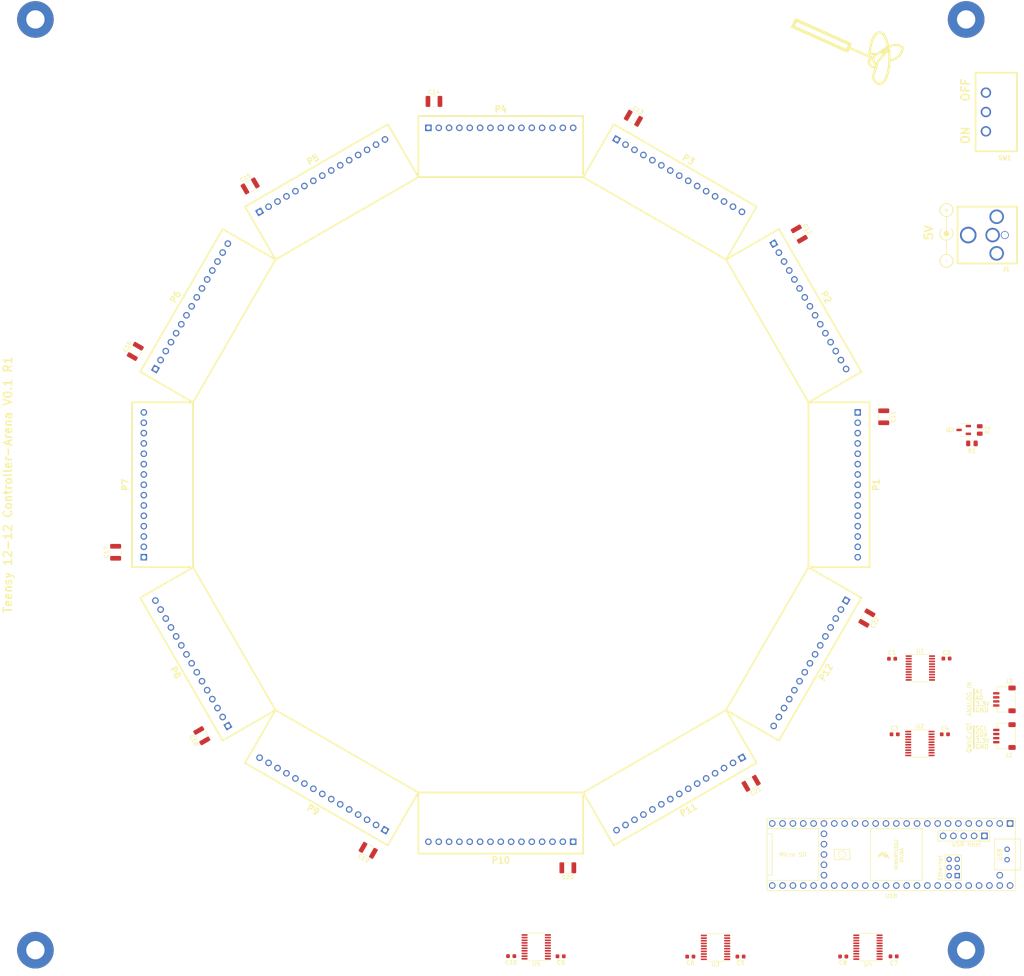
<source format=kicad_pcb>
(kicad_pcb (version 20221018) (generator pcbnew)
  (layers (0 "F.Cu" signal) (1 "In1.Cu" power) (2 "In2.Cu" power) (31 "B.Cu" signal) (34 "B.Paste" user) (35 "F.Paste" user) (36 "B.SilkS" user "B.Silkscreen") (37 "F.SilkS" user "F.Silkscreen") (38 "B.Mask" user) (39 "F.Mask" user) (44 "Edge.Cuts" user))
  (net 0 "")
  (net 1 "+3.3V")
  (net 2 "+5V")
  (net 4 "Net-(SW1-A)")
  (net 5 "/Teensy/SDA")
  (net 8 "/Teensy/SCL")
  (net 9 "/Teensy/A0")
  (net 11 "/Teensy/A1")
  (net 13 "/Level Shifters/PAN5V.SCK_1")
  (net 14 "/Level Shifters/PAN5V.SCK_0")
  (net 15 "/Level Shifters/PAN5V.MOSI_0")
  (net 16 "/Level Shifters/PAN5V.MISO_0")
  (net 17 "/Level Shifters/PAN5V.CS_00")
  (net 18 "/Level Shifters/PAN5V.CS_01")
  (net 19 "/Level Shifters/PAN5V.CS_02")
  (net 20 "/Level Shifters/PAN5V.CS_03")
  (net 21 "/Level Shifters/PAN5V.CS_04")
  (net 22 "/Level Shifters/PAN5V.EXT_INT")
  (net 23 "GND")
  (net 27 "/Level Shifters/PAN5V.CS_05")
  (net 28 "/Level Shifters/PAN5V.CS_06")
  (net 29 "/Level Shifters/PAN5V.CS_08")
  (net 30 "/Level Shifters/PAN5V.CS_09")
  (net 43 "Net-(Q2-G)")
  (net 44 "/Level Shifters/PAN5V.CS_10")
  (net 45 "/Level Shifters/PAN5V.CS_11")
  (net 46 "/Level Shifters/PAN5V.CS_12")
  (net 47 "/Level Shifters/PAN5V.CS_13")
  (net 48 "/Level Shifters/PAN5V.CS_14")
  (net 49 "/Level Shifters/PAN5V.CS_15")
  (net 50 "/Level Shifters/PAN5V.CS_16")
  (net 51 "/Level Shifters/PAN5V.CS_17")
  (net 52 "/Level Shifters/PAN5V.CS_18")
  (net 53 "/Level Shifters/PAN5V.CS_19")
  (net 54 "/Level Shifters/PAN5V.CS_20")
  (net 55 "/Level Shifters/PAN5V.CS_21")
  (net 56 "/Level Shifters/PAN5V.CS_22")
  (net 57 "/Level Shifters/PAN5V.CS_23")
  (net 58 "/Level Shifters/PAN5V.CS_24")
  (net 59 "/Level Shifters/PAN5V.CS_25")
  (net 60 "/Level Shifters/PAN5V.CS_26")
  (net 61 "/Level Shifters/PAN5V.CS_27")
  (net 62 "/Level Shifters/PAN5V.CS_28")
  (net 63 "/Level Shifters/PAN5V.CS_29")
  (net 64 "/Level Shifters/PAN5V.MOSI_1")
  (net 65 "/Level Shifters/PAN5V.MISO_1")
  (net 84 "/Level Shifters/PAN5V.RESET")
  (net 85 "/Level Shifters/PAN3V.RESET")
  (net 86 "/Level Shifters/PAN3V.SCK_0")
  (net 87 "/Level Shifters/PAN3V.MOSI_0")
  (net 88 "/Level Shifters/PAN3V.MISO_0")
  (net 90 "/Level Shifters/PAN3V.SCK_1")
  (net 91 "/Level Shifters/PAN3V.MOSI_1")
  (net 92 "/Level Shifters/PAN3V.MISO_1")
  (net 94 "/Level Shifters/PAN3V.CS_00")
  (net 95 "/Level Shifters/PAN3V.CS_01")
  (net 96 "/Level Shifters/PAN3V.CS_02")
  (net 97 "/Level Shifters/PAN3V.CS_03")
  (net 98 "/Level Shifters/PAN3V.CS_04")
  (net 99 "/Level Shifters/PAN3V.CS_05")
  (net 100 "/Level Shifters/PAN3V.CS_06")
  (net 101 "/Level Shifters/PAN3V.CS_07")
  (net 102 "/Level Shifters/PAN5V.CS_07")
  (net 103 "/Level Shifters/PAN3V.CS_08")
  (net 104 "/Level Shifters/PAN3V.CS_09")
  (net 105 "/Level Shifters/PAN3V.CS_10")
  (net 106 "/Level Shifters/PAN3V.CS_11")
  (net 107 "/Level Shifters/PAN3V.CS_12")
  (net 108 "/Level Shifters/PAN3V.CS_13")
  (net 109 "/Level Shifters/PAN3V.CS_14")
  (net 110 "/Level Shifters/PAN3V.CS_15")
  (net 111 "/Level Shifters/PAN3V.CS_16")
  (net 112 "/Level Shifters/PAN3V.CS_17")
  (net 113 "/Level Shifters/PAN3V.CS_18")
  (net 114 "/Level Shifters/PAN3V.CS_19")
  (net 115 "/Level Shifters/PAN3V.CS_20")
  (net 116 "/Level Shifters/PAN3V.CS_21")
  (net 117 "/Level Shifters/PAN3V.CS_22")
  (net 118 "/Level Shifters/PAN3V.CS_23")
  (net 119 "/Level Shifters/PAN3V.CS_24")
  (net 120 "/Level Shifters/PAN3V.CS_25")
  (net 121 "/Level Shifters/PAN3V.CS_26")
  (net 122 "/Level Shifters/PAN3V.CS_27")
  (net 123 "/Level Shifters/PAN3V.CS_28")
  (net 124 "/Level Shifters/PAN3V.CS_29")
  (net 126 "/Level Shifters/PAN3V.EXT_INT")
  (net 146 "/Panel Headers/RESET")
  (footprint "Capacitor_SMD:C_0603_1608Metric" (layer "F.Cu") (at 274.545 239.08 180)
    (fp_text reference "C3")
    (fp_text value "0.1uF")
  )
  (footprint "Capacitor_SMD:C_1210_3225Metric" (layer "F.Cu") (at 210.37 87.78 -30)
    (fp_text reference "C13")
    (fp_text value "100uF")
  )
  (footprint "MountingHole:MountingHole_4.5mm_Pad" (layer "F.Cu") (at 63.5 63.5)
    (fp_text reference "H1" hide)
    (fp_text value "MountingHole_Pad")
  )
  (footprint "arena_custom:HEADER_TOP" (layer "F.Cu") (at 177.799999 265.474028 180)
    (fp_text reference "P10")
    (fp_text value "CONN15" hide)
  )
  (footprint "Capacitor_SMD:C_0603_1608Metric" (layer "F.Cu") (at 224.355 293.684 180)
    (fp_text reference "C6")
    (fp_text value "0.1uF")
  )
  (footprint "arena_custom:HEADER_TOP" (layer "F.Cu") (at 253.727936 221.637014 -120)
    (fp_text reference "P12")
    (fp_text value "CONN15" hide)
  )
  (footprint "arena_custom:HEADER_TOP" (layer "F.Cu") (at 90.125971 177.8 90)
    (fp_text reference "P7")
    (fp_text value "CONN15" hide)
  )
  (footprint "Capacitor_SMD:C_1210_3225Metric" (layer "F.Cu") (at 161.385 83.63)
    (fp_text reference "C14")
    (fp_text value "100uF")
  )
  (footprint "Capacitor_SMD:C_1210_3225Metric" (layer "F.Cu") (at 267.7275 210.532613 -120)
    (fp_text reference "C22")
    (fp_text value "100uF")
  )
  (footprint "arena_custom:slide_switch" (layer "F.Cu") (at 299.5 86.233 90)
    (fp_text reference "SW1")
    (fp_text value "SW_SPDT" hide)
  )
  (footprint "Package_SO:TSSOP-20_4.4x6.5mm_P0.65mm" (layer "F.Cu") (at 230.5396 291.4176 180)
    (fp_text reference "U3")
    (fp_text value "TXB0108PW")
  )
  (footprint "Capacitor_SMD:C_0603_1608Metric" (layer "F.Cu") (at 261.912 293.654 180)
    (fp_text reference "C8")
    (fp_text value "0.1uF")
  )
  (footprint "Package_SO:TSSOP-20_4.4x6.5mm_P0.65mm" (layer "F.Cu") (at 280.7409 241.3398)
    (fp_text reference "U2")
    (fp_text value "TXB0108PW")
  )
  (footprint "Capacitor_SMD:C_1210_3225Metric" (layer "F.Cu") (at 104.3625 239.422613 120)
    (fp_text reference "C18")
    (fp_text value "100uF")
  )
  (footprint "arena_custom:HEADER_TOP" (layer "F.Cu") (at 133.962985 253.727936 150)
    (fp_text reference "P9")
    (fp_text value "CONN15" hide)
  )
  (footprint "arena_custom:HEADER_TOP" (layer "F.Cu") (at 221.637014 253.727936 -150)
    (fp_text reference "P11")
    (fp_text value "CONN15" hide)
  )
  (footprint "Capacitor_SMD:C_0603_1608Metric" (layer "F.Cu") (at 192.504 293.604)
    (fp_text reference "C9")
    (fp_text value "0.1uF")
  )
  (footprint "arena_custom:JST_SH_SM04B-SRSS-TB_1x04-1MP_P1.00mm_Horizontal" (layer "F.Cu") (at 301.5 230.505 90)
    (fp_text reference "J3")
    (fp_text value "Conn_01x04")
  )
  (footprint "Capacitor_SMD:C_0603_1608Metric" (layer "F.Cu") (at 287.274 220.472)
    (fp_text reference "C2")
    (fp_text value "0.1uF")
  )
  (footprint "Capacitor_SMD:C_0603_1608Metric" (layer "F.Cu") (at 236.69 293.674)
    (fp_text reference "C5")
    (fp_text value "0.1uF")
  )
  (footprint "Capacitor_SMD:C_0603_1608Metric" (layer "F.Cu") (at 180.354 293.564 180)
    (fp_text reference "C10")
    (fp_text value "0.1uF")
  )
  (footprint "MountingHole:MountingHole_4.5mm_Pad" (layer "F.Cu") (at 292.1 292.1)
    (fp_text reference "H3" hide)
    (fp_text value "MountingHole_Pad")
  )
  (footprint "Package_SO:TSSOP-20_4.4x6.5mm_P0.65mm" (layer "F.Cu") (at 280.8555 222.799)
    (fp_text reference "U1")
    (fp_text value "TXB0108PW")
  )
  (footprint "Package_TO_SOT_SMD:SOT-23-3" (layer "F.Cu") (at 291.5035 164.328 180)
    (fp_text reference "Q2")
    (fp_text value "MOSFET_NCHAN")
  )
  (footprint "MountingHole:MountingHole_4.5mm_Pad" (layer "F.Cu") (at 63.5 292.1)
    (fp_text reference "H4" hide)
    (fp_text value "MountingHole_Pad")
  )
  (footprint "arena_custom:DCJACK_2PIN_HIGHCURRENT" (layer "F.Cu") (at 304.6 116.459 -90)
    (fp_text reference "J1")
    (fp_text value "Barrel_Jack" hide)
  )
  (footprint "Capacitor_SMD:C_1210_3225Metric" (layer "F.Cu") (at 116.237387 104.3925 30)
    (fp_text reference "C15")
    (fp_text value "100uF")
  )
  (footprint "arena_custom:HEADER_TOP" (layer "F.Cu") (at 133.962985 101.872063 30)
    (fp_text reference "P5")
    (fp_text value "CONN15" hide)
  )
  (footprint "Capacitor_SMD:C_1210_3225Metric" (layer "F.Cu") (at 239.282613 251.1175 -150)
    (fp_text reference "C21")
    (fp_text value "100uF")
  )
  (footprint "Package_SO:TSSOP-20_4.4x6.5mm_P0.65mm" (layer "F.Cu") (at 267.9826 291.3668 180)
    (fp_text reference "U4")
    (fp_text value "TXB0108PW")
  )
  (footprint "arena_custom:HEADER_TOP" (layer "F.Cu") (at 177.8 90.125971)
    (fp_text reference "P4")
    (fp_text value "CONN15" hide)
  )
  (footprint "Resistor_SMD:R_0805_2012Metric" (layer "F.Cu") (at 293.5175 167.63)
    (fp_text reference "R1")
    (fp_text value "200")
  )
  (footprint "Capacitor_SMD:C_1210_3225Metric" (layer "F.Cu") (at 271.86 161.09 -90)
    (fp_text reference "C11")
    (fp_text value "100uF")
  )
  (footprint "Capacitor_SMD:C_1210_3225Metric" (layer "F.Cu") (at 251.12 116.21 -60)
    (fp_text reference "C12")
    (fp_text value "100uF")
  )
  (footprint "teensy:Teensy41" (layer "F.Cu") (at 273.685 268.605 180)
    (fp_text reference "U18")
    (fp_text value "Teensy4.1")
  )
  (footprint "arena_custom:HEADER_TOP" (layer "F.Cu") (at 265.474028 177.8 -90)
    (fp_text reference "P1")
    (fp_text value "CONN15" hide)
  )
  (footprint "arena_custom:HEADER_TOP" (layer "F.Cu") (at 101.872063 133.962985 60)
    (fp_text reference "P6")
    (fp_text value "CONN15" hide)
  )
  (footprint "arena_custom:HEADER_TOP" (layer "F.Cu") (at 101.872063 221.637014 120)
    (fp_text reference "P8")
    (fp_text value "CONN15" hide)
  )
  (footprint "MountingHole:MountingHole_4.5mm_Pad" (layer "F.Cu") (at 292.1 63.5)
    (fp_text reference "H2" hide)
    (fp_text value "MountingHole_Pad")
  )
  (footprint "Capacitor_SMD:C_0603_1608Metric" (layer "F.Cu") (at 286.885 239.08)
    (fp_text reference "C4")
    (fp_text value "0.1uF")
  )
  (footprint "Capacitor_SMD:C_0603_1608Metric" (layer "F.Cu") (at 274.292 293.624)
    (fp_text reference "C7")
    (fp_text value "0.1uF")
  )
  (footprint "Capacitor_SMD:C_1210_3225Metric" (layer "F.Cu") (at 88.0275 145.032613 60)
    (fp_text reference "C16")
    (fp_text value "100uF")
  )
  (footprint "Capacitor_SMD:C_0603_1608Metric" (layer "F.Cu") (at 273.9136 220.5228 180)
    (fp_text reference "C1")
    (fp_text value "0.1uF")
  )
  (footprint "arena_custom:HEADER_TOP" (layer "F.Cu") (at 253.727936 133.962985 -60)
    (fp_text reference "P2")
    (fp_text value "CONN15" hide)
  )
  (footprint "Capacitor_SMD:C_1210_3225Metric" (layer "F.Cu") (at 194.27 271.87 180)
    (fp_text reference "C20")
    (fp_text value "100uF")
  )
  (footprint "arena_custom:JST_SH_SM04B-SRSS-TB_1x04-1MP_P1.00mm_Horizontal" (layer "F.Cu") (at 301.5 239.516 90)
    (fp_text reference "J2")
    (fp_text value "Conn_01x04")
  )
  (footprint "Capacitor_SMD:C_1210_3225Metric" (layer "F.Cu") (at 145.24 267.58 150)
    (fp_text reference "C19")
    (fp_text value "100uF")
  )
  (footprint "Capacitor_SMD:C_1210_3225Metric" (layer "F.Cu") (at 83.2 194.375 90)
    (fp_text reference "C17")
    (fp_text value "100uF")
  )
  (footprint "arena_custom:HEADER_TOP" (layer "F.Cu") (at 221.637014 101.872063 -30)
    (fp_text reference "P3")
    (fp_text value "CONN15" hide)
  )
  (footprint "Package_SO:TSSOP-20_4.4x6.5mm_P0.65mm" (layer "F.Cu") (at 186.5017 291.2958 180)
    (fp_text reference "U5")
    (fp_text value "TXB0108PW")
  )
  (footprint "Resistor_SMD:R_0805_2012Metric" (layer "F.Cu") (at 295.446 164.328 -90)
    (fp_text reference "R2")
    (fp_text value "20k")
  )
  (gr_line (start 272.719791 77.056148) (end 272.792723 76.816793) (stroke (width 0.514144)) (layer "F.SilkS"))
  (gr_line (start 269.848875 78.84365) (end 269.949642 78.94925) (stroke (width 0.514144)) (layer "F.SilkS"))
  (gr_line (start 269.91939 75.129372) (end 269.568674 75.230056) (stroke (width 0.514144)) (layer "F.SilkS"))
  (gr_line (start 285.958677 117.020687) (end 285.912617 116.954601) (stroke (width 0.15487)) (layer "F.SilkS"))
  (gr_line (start 287.579658 108.759663) (end 287.656965 108.777506) (stroke (width 0.179621)) (layer "F.SilkS"))
  (gr_line (start 286.301544 109.044649) (end 286.364193 109.000099) (stroke (width 0.179621)) (layer "F.SilkS"))
  (gr_line (start 273.203414 74.60929) (end 273.230843 74.302741) (stroke (width 0.514144)) (layer "F.SilkS"))
  (gr_line (start 268.538467 71.922576) (end 268.398283 71.928386) (stroke (width 0.514144)) (layer "F.SilkS"))
  (gr_line (start 268.574091 73.118561) (end 268.857945 73.03804) (stroke (width 0.514144)) (layer "F.SilkS"))
  (gr_line (start 269.169029 77.753918) (end 269.385651 78.183367) (stroke (width 0.514144)) (layer "F.SilkS"))
  (gr_line (start 271.889088 78.737053) (end 271.995033 78.597133) (stroke (width 0.514144)) (layer "F.SilkS"))
  (gr_line (start 287.807038 124.313867) (end 287.732792 124.338989) (stroke (width 0.179621)) (layer "F.SilkS"))
  (gr_line (start 288.624191 121.984336) (end 288.662666 122.051252) (stroke (width 0.179621)) (layer "F.SilkS"))
  (gr_line (start 270.373143 79.255534) (end 270.483539 79.301598) (stroke (width 0.514144)) (layer "F.SilkS"))
  (gr_line (start 269.627802 78.587148) (end 269.849848 78.897612) (stroke (width 0.514144)) (layer "F.SilkS"))
  (gr_line (start 287.014275 111.904619) (end 286.935586 111.890567) (stroke (width 0.179621)) (layer "F.SilkS"))
  (gr_line (start 288.644971 116.886798) (end 288.602596 116.954601) (stroke (width 0.15487)) (layer "F.SilkS"))
  (gr_line (start 270.12026 79.162894) (end 270.402342 79.294654) (stroke (width 0.514144)) (layer "F.SilkS"))
  (gr_line (start 286.183213 123.995719) (end 286.127717 123.94281) (stroke (width 0.179621)) (layer "F.SilkS"))
  (gr_line (start 286.429041 124.179493) (end 286.364208 124.13793) (stroke (width 0.179621)) (layer "F.SilkS"))
  (gr_line (start 288.851319 116.299732) (end 288.838422 116.37612) (stroke (width 0.15487)) (layer "F.SilkS"))
  (gr_line (start 272.046604 71.989815) (end 270.43001 73.735033) (stroke (width 0.514144)) (layer "F.SilkS"))
  (gr_line (start 286.24118 121.579884) (end 286.301544 121.532447) (stroke (width 0.179621)) (layer "F.SilkS"))
  (gr_line (start 269.072842 68.532694) (end 269.358938 67.903329) (stroke (width 0.514144)) (layer "F.SilkS"))
  (gr_line (start 268.490036 74.712817) (end 268.294985 74.405939) (stroke (width 0.514144)) (layer "F.SilkS"))
  (gr_line (start 269.95576 67.084344) (end 270.162314 66.914871) (stroke (width 0.514144)) (layer "F.SilkS"))
  (gr_line (start 287.175394 111.920951) (end 287.094245 111.914781) (stroke (width 0.179621)) (layer "F.SilkS"))
  (gr_line (start 275.697613 69.857459) (end 276.045895 70.048451) (stroke (width 0.514144)) (layer "F.SilkS"))
  (gr_line (start 285.932595 123.706323) (end 285.891031 123.64149) (stroke (width 0.179621)) (layer "F.SilkS"))
  (gr_line (start 285.678102 110.081768) (end 285.692154 110.00308) (stroke (width 0.179621)) (layer "F.SilkS"))
  (gr_line (start 268.687622 74.905469) (end 268.490036 74.712817) (stroke (width 0.514144)) (layer "F.SilkS"))
  (gr_line (start 269.213842 77.812465) (end 269.296205 77.988991) (stroke (width 0.514144)) (layer "F.SilkS"))
  (gr_line (start 288.332018 111.507921) (end 288.274039 111.558144) (stroke (width 0.179621)) (layer "F.SilkS"))
  (gr_line (start 268.294985 74.405939) (end 268.204859 74.17758) (stroke (width 0.514144)) (layer "F.SilkS"))
  (gr_line (start 288.662666 109.563454) (end 288.697954 109.632353) (stroke (width 0.179621)) (layer "F.SilkS"))
  (gr_line (start 287.257623 111.923031) (end 287.175394 111.920951) (stroke (width 0.179621)) (layer "F.SilkS"))
  (gr_line (start 287.500969 108.745611) (end 287.579658 108.759663) (stroke (width 0.179621)) (layer "F.SilkS"))
  (gr_line (start 271.584177 79.084107) (end 272.001749 78.655636) (stroke (width 0.514144)) (layer "F.SilkS"))
  (gr_line (start 285.891023 109.496538) (end 285.932586 109.431706) (stroke (width 0.179621)) (layer "F.SilkS"))
  (gr_line (start 288.847273 122.649536) (end 288.853443 122.730685) (stroke (width 0.179621)) (layer "F.SilkS"))
  (gr_line (start 287.950382 121.372569) (end 288.01928 121.407857) (stroke (width 0.179621)) (layer "F.SilkS"))
  (gr_line (start 286.179039 117.264324) (end 286.118965 117.207211) (stroke (width 0.15487)) (layer "F.SilkS"))
  (gr_line (start 271.557158 72.298344) (end 271.562769 72.215878) (stroke (width 0.514144)) (layer "F.SilkS"))
  (gr_line (start 288.697954 111.017877) (end 288.662666 111.086776) (stroke (width 0.179621)) (layer "F.SilkS"))
  (gr_line (start 271.796884 67.188567) (end 271.866965 67.27346) (stroke (width 0.514144)) (layer "F.SilkS"))
  (gr_line (start 288.823059 110.00308) (end 288.837111 110.081768) (stroke (width 0.179621)) (layer "F.SilkS"))
  (gr_line (start 270.042082 66.980845) (end 270.486469 66.719946) (stroke (width 0.514144)) (layer "F.SilkS"))
  (gr_line (start 288.44042 121.738511) (end 288.490643 121.796491) (stroke (width 0.179621)) (layer "F.SilkS"))
  (gr_line (start 273.396069 73.592428) (end 273.26293 73.636146) (stroke (width 0.514144)) (layer "F.SilkS"))
  (gr_line (start 271.175363 66.746491) (end 271.258978 66.778138) (stroke (width 0.514144)) (layer "F.SilkS"))
  (gr_line (start 286.635626 108.852772) (end 286.708191 108.824161) (stroke (width 0.179621)) (layer "F.SilkS"))
  (gr_line (start 285.737589 116.601278) (end 285.713638 116.527036) (stroke (width 0.15487)) (layer "F.SilkS"))
  (gr_line (start 287.014268 121.233409) (end 287.094239 121.223247) (stroke (width 0.179621)) (layer "F.SilkS"))
  (gr_line (start 287.807038 111.826069) (end 287.732792 111.851191) (stroke (width 0.179621)) (layer "F.SilkS"))
  (gr_line (start 288.853443 122.895142) (end 288.847273 122.976291) (stroke (width 0.179621)) (layer "F.SilkS"))
  (gr_line (start 286.301558 124.093379) (end 286.241193 124.045942) (stroke (width 0.179621)) (layer "F.SilkS"))
  (gr_line (start 270.652049 79.34661) (end 270.708938 79.355045) (stroke (width 0.514144)) (layer "F.SilkS"))
  (gr_line (start 287.411957 117.671485) (end 287.334853 117.677012) (stroke (width 0.15487)) (layer "F.SilkS"))
  (gr_line (start 288.086196 111.691695) (end 288.01928 111.730171) (stroke (width 0.179621)) (layer "F.SilkS"))
  (gr_line (start 287.334853 117.677012) (end 287.257606 117.678855) (stroke (width 0.15487)) (layer "F.SilkS"))
  (gr_line (start 276.063288 71.879708) (end 275.824175 72.244406) (stroke (width 0.514144)) (layer "F.SilkS"))
  (gr_line (start 271.953175 71.26514) (end 272.16674 70.993802) (stroke (width 0.514144)) (layer "F.SilkS"))
  (gr_line (start 287.257623 115.420801) (end 287.257623 111.996042) (stroke (width 0.168772)) (layer "F.SilkS"))
  (gr_line (start 285.891031 123.64149) (end 285.852554 123.574574) (stroke (width 0.179621)) (layer "F.SilkS"))
  (gr_line (start 269.655783 72.404764) (end 269.813437 72.22149) (stroke (width 0.514144)) (layer "F.SilkS"))
  (gr_line (start 268.378971 73.29255) (end 268.574091 73.118561) (stroke (width 0.514144)) (layer "F.SilkS"))
  (gr_line (start 286.635639 124.285256) (end 286.564857 124.253257) (stroke (width 0.179621)) (layer "F.SilkS"))
  (gr_line (start 285.66177 110.242887) (end 285.66794 110.161738) (stroke (width 0.179621)) (layer "F.SilkS"))
  (gr_line (start 287.094245 111.914781) (end 287.014275 111.904619) (stroke (width 0.179621)) (layer "F.SilkS"))
  (gr_line (start 287.950382 111.765459) (end 287.879601 111.797458) (stroke (width 0.179621)) (layer "F.SilkS"))
  (gr_line (start 288.729953 123.434894) (end 288.697954 123.505675) (stroke (width 0.179621)) (layer "F.SilkS"))
  (gr_line (start 271.74168 67.120768) (end 272.14785 67.677546) (stroke (width 0.514144)) (layer "F.SilkS"))
  (gr_line (start 276.045895 70.048451) (end 276.310637 70.266337) (stroke (width 0.514144)) (layer "F.SilkS"))
  (gr_line (start 262.869029 71.238685) (end 249.569411 65.284054) (stroke (width 0.514144)) (layer "F.SilkS"))
  (gr_line (start 285.654682 115.914214) (end 285.663894 115.837397) (stroke (width 0.15487)) (layer "F.SilkS"))
  (gr_line (start 288.860531 116.222914) (end 288.851319 116.299732) (stroke (width 0.15487)) (layer "F.SilkS"))
  (gr_line (start 262.984506 71.29082) (end 263.743691 69.51028) (stroke (width 0.514144)) (layer "F.SilkS"))
  (gr_line (start 270.823954 66.689781) (end 270.91435 66.693356) (stroke (width 0.514144)) (layer "F.SilkS"))
  (gr_line (start 272.561228 77.506092) (end 272.642575 77.286047) (stroke (width 0.514144)) (layer "F.SilkS"))
  (gr_line (start 286.708191 121.311959) (end 286.782438 121.286837) (stroke (width 0.179621)) (layer "F.SilkS"))
  (gr_line (start 270.402342 79.294654) (end 270.845429 79.369321) (stroke (width 0.514144)) (layer "F.SilkS"))
  (gr_line (start 287.935657 117.529624) (end 287.863562 117.560944) (stroke (width 0.15487)) (layer "F.SilkS"))
  (gr_line (start 287.180359 117.677012) (end 287.103255 117.671485) (stroke (width 0.15487)) (layer "F.SilkS"))
  (gr_line (start 274.365448 69.786521) (end 274.732374 69.731135) (stroke (width 0.514144)) (layer "F.SilkS"))
  (gr_line (start 288.209728 117.367496) (end 288.143643 117.413555) (stroke (width 0.15487)) (layer "F.SilkS"))
  (gr_line (start 287.026438 117.662273) (end 286.950049 117.649377) (stroke (width 0.15487)) (layer "F.SilkS"))
  (gr_line (start 287.339851 111.920951) (end 287.257623 111.923031) (stroke (width 0.179621)) (layer "F.SilkS"))
  (gr_line (start 275.3629 69.776092) (end 275.697613 69.857459) (stroke (width 0.514144)) (layer "F.SilkS"))
  (gr_line (start 269.813437 72.22149) (end 269.933432 72.102344) (stroke (width 0.514144)) (layer "F.SilkS"))
  (gr_line (start 272.975988 70.361552) (end 273.168289 70.250358) (stroke (width 0.514144)) (layer "F.SilkS"))
  (gr_line (start 276.470799 70.922516) (end 276.357002 71.278013) (stroke (width 0.514144)) (layer "F.SilkS"))
  (gr_line (start 271.66866 78.97738) (end 271.780245 78.863935) (stroke (width 0.514144)) (layer "F.SilkS"))
  (gr_line (start 287.640979 117.632796) (end 287.565163 117.649377) (stroke (width 0.15487)) (layer "F.SilkS"))
  (gr_line (start 288.387512 109.195218) (end 288.44042 109.250713) (stroke (width 0.179621)) (layer "F.SilkS"))
  (gr_line (start 270.486109 66.747234) (end 270.597313 66.715491) (stroke (width 0.514144)) (layer "F.SilkS"))
  (gr_line (start 276.310637 70.266337) (end 276.487316 70.447612) (stroke (width 0.514144)) (layer "F.SilkS"))
  (gr_line (start 285.75665 109.775698) (end 285.785261 109.703135) (stroke (width 0.179621)) (layer "F.SilkS"))
  (gr_line (start 286.708204 124.313867) (end 286.635639 124.285256) (stroke (width 0.179621)) (layer "F.SilkS"))
  (gr_line (start 286.935586 124.378364) (end 286.858278 124.360522) (stroke (width 0.179621)) (layer "F.SilkS"))
  (gr_line (start 288.853443 110.242887) (end 288.855522 110.325115) (stroke (width 0.179621)) (layer "F.SilkS"))
  (gr_line (start 273.199471 71.40298) (end 273.170914 71.146272) (stroke (width 0.514144)) (layer "F.SilkS"))
  (gr_line (start 271.00305 66.704039) (end 271.090054 66.721771) (stroke (width 0.514144)) (layer "F.SilkS"))
  (gr_line (start 287.950382 108.884771) (end 288.01928 108.920059) (stroke (width 0.179621)) (layer "F.SilkS"))
  (gr_line (start 288.396248 117.207211) (end 288.336173 117.264324) (stroke (width 0.15487)) (layer "F.SilkS"))
  (gr_line (start 285.870242 115.250331) (end 285.912617 115.182528) (stroke (width 0.15487)) (layer "F.SilkS"))
  (gr_line (start 285.713638 115.610093) (end 285.737589 115.535851) (stroke (width 0.15487)) (layer "F.SilkS"))
  (gr_line (start 285.709998 123.212257) (end 285.692155 123.134949) (stroke (width 0.179621)) (layer "F.SilkS"))
  (gr_line (start 268.398283 71.928386) (end 268.443264 71.372715) (stroke (width 0.514144)) (layer "F.SilkS"))
  (gr_line (start 250.277988 63.622209) (end 263.577606 69.576838) (stroke (width 0.514144)) (layer "F.SilkS"))
  (gr_line (start 288.387512 121.683016) (end 288.44042 121.738511) (stroke (width 0.179621)) (layer "F.SilkS"))
  (gr_line (start 288.602596 116.954601) (end 288.556536 117.020687) (stroke (width 0.15487)) (layer "F.SilkS"))
  (gr_line (start 272.386758 77.915027) (end 272.475904 77.715885) (stroke (width 0.514144)) (layer "F.SilkS"))
  (gr_line (start 288.851319 115.837397) (end 288.860531 115.914214) (stroke (width 0.15487)) (layer "F.SilkS"))
  (gr_line (start 270.823706 79.361837) (end 270.950176 79.353592) (stroke (width 0.514144)) (layer "F.SilkS"))
  (gr_line (start 288.823059 123.134949) (end 288.805217 123.212257) (stroke (width 0.179621)) (layer "F.SilkS"))
  (gr_line (start 272.192051 67.792474) (end 272.252008 67.914764) (stroke (width 0.514144)) (layer "F.SilkS"))
  (gr_line (start 288.624191 109.496538) (end 288.662666 109.563454) (stroke (width 0.179621)) (layer "F.SilkS"))
  (gr_line (start 285.663894 115.837397) (end 285.676791 115.761009) (stroke (width 0.15487)) (layer "F.SilkS"))
  (gr_line (start 272.526536 68.615325) (end 272.624571 68.936007) (stroke (width 0.514144)) (layer "F.SilkS"))
  (gr_line (start 274.300501 73.290538) (end 273.955521 73.448266) (stroke (width 0.514144)) (layer "F.SilkS"))
  (gr_line (start 272.878363 70.030484) (end 272.227131 70.522448) (stroke (width 0.514144)) (layer "F.SilkS"))
  (gr_line (start 286.241193 111.558144) (end 286.183213 111.507921) (stroke (width 0.179621)) (layer "F.SilkS"))
  (gr_line (start 274.611605 73.162883) (end 274.300501 73.290538) (stroke (width 0.514144)) (layer "F.SilkS"))
  (gr_line (start 276.487316 70.447612) (end 276.514114 70.597317) (stroke (width 0.514144)) (layer "F.SilkS"))
  (gr_line (start 288.729953 122.190932) (end 288.758563 122.263496) (stroke (width 0.179621)) (layer "F.SilkS"))
  (gr_line (start 273.463734 70.098418) (end 273.689671 69.989986) (stroke (width 0.514144)) (layer "F.SilkS"))
  (gr_line (start 273.271457 72.470915) (end 273.259991 72.198306) (stroke (width 0.514144)) (layer "F.SilkS"))
  (gr_line (start 269.789995 74.417504) (end 269.64406 74.262718) (stroke (width 0.514144)) (layer "F.SilkS"))
  (gr_line (start 288.332018 123.995719) (end 288.274039 124.045942) (stroke (width 0.179621)) (layer "F.SilkS"))
  (gr_line (start 287.257623 124.410828) (end 287.175394 124.408749) (stroke (width 0.179621)) (layer "F.SilkS"))
  (gr_line (start 285.785261 122.190932) (end 285.81726 122.120151) (stroke (width 0.179621)) (layer "F.SilkS"))
  (gr_line (start 288.847273 110.161738) (end 288.853443 110.242887) (stroke (width 0.179621)) (layer "F.SilkS"))
  (gr_line (start 288.151027 109.000099) (end 288.213675 109.044649) (stroke (width 0.179621)) (layer "F.SilkS"))
  (gr_line (start 288.453362 114.989993) (end 288.506791 115.052216) (stroke (width 0.15487)) (layer "F.SilkS"))
  (gr_line (start 288.506791 117.084913) (end 288.453362 117.147135) (stroke (width 0.15487)) (layer "F.SilkS"))
  (gr_line (start 294 237) (end 294 242.5) (stroke (width 0.381)) (layer "F.SilkS"))
  (gr_line (start 269.081167 72.892436) (end 269.063736 72.933473) (stroke (width 0.514144)) (layer "F.SilkS"))
  (gr_line (start 285.663894 116.299732) (end 285.654682 116.222915) (stroke (width 0.15487)) (layer "F.SilkS"))
  (gr_line (start 288.758563 109.775698) (end 288.783685 109.849944) (stroke (width 0.179621)) (layer "F.SilkS"))
  (gr_line (start 285.756654 110.874532) (end 285.731531 110.800286) (stroke (width 0.179621)) (layer "F.SilkS"))
  (gr_line (start 288.644971 115.25033) (end 288.683661 115.319707) (stroke (width 0.15487)) (layer "F.SilkS"))
  (gr_line (start 270.193455 72.080045) (end 268.398283 71.928388) (stroke (width 0.514144)) (layer "F.SilkS"))
  (gr_line (start 273.170914 71.146272) (end 273.138327 70.894215) (stroke (width 0.514144)) (layer "F.SilkS"))
  (gr_line (start 286.651651 117.560944) (end 286.579555 117.529624) (stroke (width 0.15487)) (layer "F.SilkS"))
  (gr_line (start 288.213675 111.605581) (end 288.151027 111.650132) (stroke (width 0.179621)) (layer "F.SilkS"))
  (gr_line (start 285.852554 123.574574) (end 285.817265 123.505675) (stroke (width 0.179621)) (layer "F.SilkS"))
  (gr_line (start 286.1832 109.142309) (end 286.24118 109.092086) (stroke (width 0.179621)) (layer "F.SilkS"))
  (gr_line (start 268.78524 69.424072) (end 269.072842 68.532694) (stroke (width 0.514144)) (layer "F.SilkS"))
  (gr_line (start 286.061851 114.989993) (end 286.118965 114.929917) (stroke (width 0.15487)) (layer "F.SilkS"))
  (gr_line (start 286.061851 117.147135) (end 286.008421 117.084913) (stroke (width 0.15487)) (layer "F.SilkS"))
  (gr_line (start 285.692154 122.490878) (end 285.709996 122.413569) (stroke (width 0.179621)) (layer "F.SilkS"))
  (gr_line (start 287.879601 111.797458) (end 287.807038 111.826069) (stroke (width 0.179621)) (layer "F.SilkS"))
  (gr_line (start 286.024573 109.308693) (end 286.074796 109.250713) (stroke (width 0.179621)) (layer "F.SilkS"))
  (gr_line (start 285.852554 111.086776) (end 285.817265 111.017877) (stroke (width 0.179621)) (layer "F.SilkS"))
  (gr_line (start 286.301544 121.532447) (end 286.364193 121.487896) (stroke (width 0.179621)) (layer "F.SilkS"))
  (gr_line (start 288.783685 123.288084) (end 288.758563 123.36233) (stroke (width 0.179621)) (layer "F.SilkS"))
  (gr_line (start 269.334135 73.088782) (end 269.435669 72.741) (stroke (width 0.514144)) (layer "F.SilkS"))
  (gr_line (start 286.635639 111.797458) (end 286.564857 111.765459) (stroke (width 0.179621)) (layer "F.SilkS"))
  (gr_line (start 288.332018 121.630107) (end 288.387512 121.683016) (stroke (width 0.179621)) (layer "F.SilkS"))
  (gr_line (start 285.831551 116.817422) (end 285.796546 116.746614) (stroke (width 0.15487)) (layer "F.SilkS"))
  (gr_line (start 288.538079 121.856855) (end 288.582629 121.919503) (stroke (width 0.179621)) (layer "F.SilkS"))
  (gr_line (start 286.127717 123.94281) (end 286.074807 123.887315) (stroke (width 0.179621)) (layer "F.SilkS"))
  (gr_line (start 271.562769 72.215878) (end 271.567569 72.155036) (stroke (width 0.514144)) (layer "F.SilkS"))
  (gr_line (start 268.398283 71.928388) (end 268.428869 71.473183) (stroke (width 0.514144)) (layer "F.SilkS"))
  (gr_line (start 286.008421 117.084913) (end 285.958677 117.020687) (stroke (width 0.15487)) (layer "F.SilkS"))
  (gr_line (start 287.014268 108.745611) (end 287.094239 108.735449) (stroke (width 0.179621)) (layer "F.SilkS"))
  (gr_line (start 288.538079 109.369057) (end 288.582629 109.431706) (stroke (width 0.179621)) (layer "F.SilkS"))
  (gr_line (start 288.274039 111.558144) (end 288.213675 111.605581) (stroke (width 0.179621)) (layer "F.SilkS"))
  (gr_line (start 273.280747 73.025764) (end 273.278408 72.746825) (stroke (width 0.514144)) (layer "F.SilkS"))
  (gr_line (start 286.241193 124.045942) (end 286.183213 123.995719) (stroke (width 0.179621)) (layer "F.SilkS"))
  (gr_line (start 249.569411 65.284054) (end 250.277988 63.622209) (stroke (width 0.514144)) (layer "F.SilkS"))
  (gr_line (start 285.81726 122.120151) (end 285.852548 122.051252) (stroke (width 0.179621)) (layer "F.SilkS"))
  (gr_line (start 288.274039 121.579884) (end 288.332018 121.630107) (stroke (width 0.179621)) (layer "F.SilkS"))
  (gr_line (start 271.780245 78.863935) (end 271.889088 78.737053) (stroke (width 0.514144)) (layer "F.SilkS"))
  (gr_line (start 287.807038 108.824161) (end 287.879601 108.852772) (stroke (width 0.179621)) (layer "F.SilkS"))
  (gr_line (start 288.821841 115.685193) (end 288.838422 115.761008) (stroke (width 0.15487)) (layer "F.SilkS"))
  (gr_line (start 269.949642 78.94925) (end 270.05257 79.043534) (stroke (width 0.514144)) (layer "F.SilkS"))
  (gr_line (start 288.837111 110.081768) (end 288.847273 110.161738) (stroke (width 0.179621)) (layer "F.SilkS"))
  (gr_line (start 268.685166 69.837947) (end 268.798444 69.377434) (stroke (width 0.514144)) (layer "F.SilkS"))
  (gr_line (start 271.340898 66.816653) (end 271.421125 66.861974) (stroke (width 0.514144)) (layer "F.SilkS"))
  (gr_line (start 272.984266 76.04597) (end 273.038516 75.77277) (stroke (width 0.514144)) (layer "F.SilkS"))
  (gr_poly (pts (xy 287.191671 110.256718) (xy 287.191671 109.80759) (xy 287.32351 109.80759) (xy 287.32351 110.256718) (xy 287.772643 110.256718) (xy 287.772643 110.393516) (xy 287.32351 110.393516) (xy 287.32351 110.842642) (xy 287.191671 110.842642) (xy 287.191671 110.393516) (xy 286.742538 110.393516) (xy 286.742538 110.256718)) (fill solid) (layer "F.SilkS"))
  (gr_line (start 286.074807 123.887315) (end 286.024583 123.829336) (stroke (width 0.179621)) (layer "F.SilkS"))
  (gr_line (start 286.858278 124.360522) (end 286.78245 124.338989) (stroke (width 0.179621)) (layer "F.SilkS"))
  (gr_line (start 288.853443 122.730685) (end 288.855522 122.812913) (stroke (width 0.179621)) (layer "F.SilkS"))
  (gr_line (start 275.544306 72.557474) (end 275.243549 72.784521) (stroke (width 0.514144)) (layer "F.SilkS"))
  (gr_line (start 287.500969 121.233409) (end 287.579658 121.247462) (stroke (width 0.179621)) (layer "F.SilkS"))
  (gr_line (start 288.538079 123.768971) (end 288.490643 123.829336) (stroke (width 0.179621)) (layer "F.SilkS"))
  (gr_line (start 288.396248 114.929917) (end 288.453362 114.989993) (stroke (width 0.15487)) (layer "F.SilkS"))
  (gr_line (start 287.656965 124.360522) (end 287.579658 124.378364) (stroke (width 0.179621)) (layer "F.SilkS"))
  (gr_line (start 287.094239 108.735449) (end 287.175391 108.729279) (stroke (width 0.179621)) (layer "F.SilkS"))
  (gr_line (start 272.310281 68.043075) (end 272.36687 68.177347) (stroke (width 0.514144)) (layer "F.SilkS"))
  (gr_line (start 288.783685 109.849944) (end 288.805217 109.925771) (stroke (width 0.179621)) (layer "F.SilkS"))
  (gr_line (start 269.654291 78.599687) (end 269.750386 78.72703) (stroke (width 0.514144)) (layer "F.SilkS"))
  (gr_line (start 287.257623 121.15327) (end 287.257623 117.728512) (stroke (width 0.168772)) (layer "F.SilkS"))
  (gr_line (start 288.44042 111.399517) (end 288.387512 111.455012) (stroke (width 0.179621)) (layer "F.SilkS"))
  (gr_line (start 285.731528 109.849944) (end 285.75665 109.775698) (stroke (width 0.179621)) (layer "F.SilkS"))
  (gr_line (start 271.394184 66.835062) (end 271.74168 67.120768) (stroke (width 0.514144)) (layer "F.SilkS"))
  (gr_line (start 287.500969 111.904619) (end 287.421 111.914781) (stroke (width 0.179621)) (layer "F.SilkS"))
  (gr_line (start 285.66794 122.976291) (end 285.66177 122.895142) (stroke (width 0.179621)) (layer "F.SilkS"))
  (gr_line (start 285.731528 122.337742) (end 285.75665 122.263496) (stroke (width 0.179621)) (layer "F.SilkS"))
  (gr_line (start 288.718667 115.390515) (end 288.749987 115.46261) (stroke (width 0.15487)) (layer "F.SilkS"))
  (gr_line (start 273.223901 71.664068) (end 273.199471 71.40298) (stroke (width 0.514144)) (layer "F.SilkS"))
  (gr_line (start 268.798444 69.377434) (end 268.926541 68.945956) (stroke (width 0.514144)) (layer "F.SilkS"))
  (gr_line (start 271.567569 72.155036) (end 271.569822 72.132033) (stroke (width 0.514144)) (layer "F.SilkS"))
  (gr_line (start 286.495957 124.217969) (end 286.429041 124.179493) (stroke (width 0.179621)) (layer "F.SilkS"))
  (gr_line (start 269.435669 72.741) (end 269.655783 72.404764) (stroke (width 0.514144)) (layer "F.SilkS"))
  (gr_line (start 286.858267 121.265304) (end 286.935577 121.247462) (stroke (width 0.179621)) (layer "F.SilkS"))
  (gr_line (start 286.564843 121.372569) (end 286.635626 121.34057) (stroke (width 0.179621)) (layer "F.SilkS"))
  (gr_line (start 285.65969 110.325115) (end 285.66177 110.242887) (stroke (width 0.179621)) (layer "F.SilkS"))
  (gr_line (start 287.014275 124.392417) (end 286.935586 124.378364) (stroke (width 0.179621)) (layer "F.SilkS"))
  (gr_line (start 286.024573 121.796491) (end 286.074796 121.738511) (stroke (width 0.179621)) (layer "F.SilkS"))
  (gr_line (start 270.91435 66.693356) (end 271.00305 66.704039) (stroke (width 0.514144)) (layer "F.SilkS"))
  (gr_line (start 287.175391 121.217077) (end 287.257623 121.214998) (stroke (width 0.179621)) (layer "F.SilkS"))
  (gr_line (start 288.697954 122.120151) (end 288.729953 122.190932) (stroke (width 0.179621)) (layer "F.SilkS"))
  (gr_line (start 286.305485 117.367496) (end 286.24126 117.317753) (stroke (width 0.15487)) (layer "F.SilkS"))
  (gr_line (start 262.933892 71.409523) (end 262.984506 71.29082) (stroke (width 0.514144)) (layer "F.SilkS"))
  (gr_line (start 288.801574 116.527036) (end 288.777623 116.601278) (stroke (width 0.15487)) (layer "F.SilkS"))
  (gr_line (start 288.213675 121.532447) (end 288.274039 121.579884) (stroke (width 0.179621)) (layer "F.SilkS"))
  (gr_line (start 285.852548 122.051252) (end 285.891023 121.984336) (stroke (width 0.179621)) (layer "F.SilkS"))
  (gr_line (start 288.151027 121.487896) (end 288.213675 121.532447) (stroke (width 0.179621)) (layer "F.SilkS"))
  (gr_line (start 268.587608 70.325397) (end 268.685166 69.837947) (stroke (width 0.514144)) (layer "F.SilkS"))
  (gr_line (start 286.024583 111.341537) (end 285.977146 111.281173) (stroke (width 0.179621)) (layer "F.SilkS"))
  (gr_line (start 270.950176 79.353592) (end 271.074982 79.329126) (stroke (width 0.514144)) (layer "F.SilkS"))
  (gr_line (start 288.387512 123.94281) (end 288.332018 123.995719) (stroke (width 0.179621)) (layer "F.SilkS"))
  (gr_line (start 273.955521 73.448266) (end 273.667858 73.497182) (stroke (width 0.514144)) (layer "F.SilkS"))
  (gr_line (start 285.692154 110.00308) (end 285.709996 109.925771) (stroke (width 0.179621)) (layer "F.SilkS"))
  (gr_line (start 273.08771 75.492104) (end 273.131693 75.20437) (stroke (width 0.514144)) (layer "F.SilkS"))
  (gr_line (start 288.01928 121.407857) (end 288.086196 121.446333) (stroke (width 0.179621)) (layer "F.SilkS"))
  (gr_line (start 268.506673 70.837686) (end 268.587608 70.325397) (stroke (width 0.514144)) (layer "F.SilkS"))
  (gr_line (start 273.109184 70.898086) (end 270.430035 73.735032) (stroke (width 0.514144)) (layer "F.SilkS"))
  (gr_line (start 288.506791 115.052216) (end 288.556536 115.116442) (stroke (width 0.15487)) (layer "F.SilkS"))
  (gr_line (start 272.384901 68.207283) (end 272.607883 68.882713) (stroke (width 0.514144)) (layer "F.SilkS"))
  (gr_line (start 272.293944 78.103121) (end 272.386758 77.915027) (stroke (width 0.514144)) (layer "F.SilkS"))
  (gr_line (start 269.383005 73.766245) (end 269.32539 73.415172) (stroke (width 0.514144)) (layer "F.SilkS"))
  (gr_line (start 263.462921 70.504905) (end 269.081167 72.892436) (stroke (width 0.514144)) (layer "F.SilkS"))
  (gr_line (start 273.131693 75.20437) (end 273.170313 74.909966) (stroke (width 0.514144)) (layer "F.SilkS"))
  (gr_line (start 288.837111 123.05626) (end 288.823059 123.134949) (stroke (width 0.179621)) (layer "F.SilkS"))
  (gr_line (start 270.268496 66.847186) (end 270.376465 66.79122) (stroke (width 0.514144)) (layer "F.SilkS"))
  (gr_poly (pts (xy 287.332166 122.555797) (xy 287.332166 123.070028) (xy 287.183015 123.070028) (xy 287.183015 122.555797)) (fill solid) (layer "F.SilkS"))
  (gr_line (start 273.252444 73.990715) (end 273.268065 73.673612) (stroke (width 0.514144)) (layer "F.SilkS"))
  (gr_line (start 288.662666 122.051252) (end 288.697954 122.120151) (stroke (width 0.179621)) (layer "F.SilkS"))
  (gr_line (start 285.977146 111.281173) (end 285.932595 111.218524) (stroke (width 0.179621)) (layer "F.SilkS"))
  (gr_line (start 275.243549 72.784521) (end 274.891974 72.984666) (stroke (width 0.514144)) (layer "F.SilkS"))
  (gr_line (start 270.43001 73.735033) (end 269.169029 77.753918) (stroke (width 0.514144)) (layer "F.SilkS"))
  (gr_line (start 273.689671 69.989986) (end 274.006531 69.877711) (stroke (width 0.514144)) (layer "F.SilkS"))
  (gr_line (start 272.80048 69.644069) (end 272.878365 70.030482) (stroke (width 0.514144)) (layer "F.SilkS"))
  (gr_line (start 288.387512 111.455012) (end 288.332018 111.507921) (stroke (width 0.179621)) (layer "F.SilkS"))
  (gr_line (start 269.750386 78.72703) (end 269.848875 78.84365) (stroke (width 0.514144)) (layer "F.SilkS"))
  (gr_line (start 286.564857 111.765459) (end 286.495957 111.730171) (stroke (width 0.179621)) (layer "F.SilkS"))
  (gr_line (start 286.858267 108.777506) (end 286.935577 108.759663) (stroke (width 0.179621)) (layer "F.SilkS"))
  (gr_line (start 288.490643 109.308693) (end 288.538079 109.369057) (stroke (width 0.179621)) (layer "F.SilkS"))
  (gr_line (start 287.879601 124.285256) (end 287.807038 124.313867) (stroke (width 0.179621)) (layer "F.SilkS"))
  (gr_line (start 269.208567 75.16838) (end 268.923054 75.066969) (stroke (width 0.514144)) (layer "F.SilkS"))
  (gr_line (start 286.024583 123.829336) (end 285.977146 123.768971) (stroke (width 0.179621)) (layer "F.SilkS"))
  (gr_line (start 270.941309 66.653171) (end 271.394184 66.835062) (stroke (width 0.514144)) (layer "F.SilkS"))
  (gr_line (start 286.439372 117.455929) (end 286.37157 117.413555) (stroke (width 0.15487)) (layer "F.SilkS"))
  (gr_line (start 287.488775 117.662273) (end 287.411957 117.671485) (stroke (width 0.15487)) (layer "F.SilkS"))
  (gr_line (start 271.593884 72.491529) (end 271.557158 72.298344) (stroke (width 0.514144)) (layer "F.SilkS"))
  (gr_line (start 286.564843 108.884771) (end 286.635626 108.852772) (stroke (width 0.179621)) (layer "F.SilkS"))
  (gr_line (start 263.743691 69.51028) (end 250.209798 63.450758) (stroke (width 0.514144)) (layer "F.SilkS"))
  (gr_line (start 268.230431 73.586919) (end 268.378971 73.29255) (stroke (width 0.514144)) (layer "F.SilkS"))
  (gr_line (start 285.912617 116.954601) (end 285.870242 116.886798) (stroke (width 0.15487)) (layer "F.SilkS"))
  (gr_line (start 286.724891 117.588579) (end 286.651651 117.560944) (stroke (width 0.15487)) (layer "F.SilkS"))
  (gr_line (start 270.59551 79.334867) (end 270.652049 79.34661) (stroke (width 0.514144)) (layer "F.SilkS"))
  (gr_line (start 285.709998 110.724459) (end 285.692155 110.647151) (stroke (width 0.179621)) (layer "F.SilkS"))
  (gr_line (start 285.676791 116.37612) (end 285.663894 116.299732) (stroke (width 0.15487)) (layer "F.SilkS"))
  (gr_line (start 288.805217 122.413569) (end 288.823059 122.490878) (stroke (width 0.179621)) (layer "F.SilkS"))
  (gr_line (start 285.654682 116.222915) (end 285.649155 116.145811) (stroke (width 0.15487)) (layer "F.SilkS"))
  (gr_line (start 271.995033 78.597133) (end 272.097927 78.444572) (stroke (width 0.514144)) (layer "F.SilkS"))
  (gr_line (start 286.364208 111.650132) (end 286.301558 111.605581) (stroke (width 0.179621)) (layer "F.SilkS"))
  (gr_line (start 271.421125 66.861974) (end 271.49966 66.914041) (stroke (width 0.514144)) (layer "F.SilkS"))
  (gr_line (start 287.565163 117.649377) (end 287.488775 117.662273) (stroke (width 0.15487)) (layer "F.SilkS"))
  (gr_line (start 263.44549 70.545942) (end 263.462921 70.504905) (stroke (width 0.514144)) (layer "F.SilkS"))
  (gr_line (start 269.081177 72.892436) (end 268.098961 72.4868) (stroke (width 0.514144)) (layer "F.SilkS"))
  (gr_line (start 285.692155 123.134949) (end 285.678102 123.05626) (stroke (width 0.179621)) (layer "F.SilkS"))
  (gr_line (start 288.855522 110.325115) (end 288.853443 110.407343) (stroke (width 0.179621)) (layer "F.SilkS"))
  (gr_line (start 276.357002 71.278013) (end 276.216974 71.58539) (stroke (width 0.514144)) (layer "F.SilkS"))
  (gr_line (start 285.678102 123.05626) (end 285.66794 122.976291) (stroke (width 0.179621)) (layer "F.SilkS"))
  (gr_line (start 285.891031 111.153692) (end 285.852554 111.086776) (stroke (width 0.179621)) (layer "F.SilkS"))
  (gr_line (start 287.175394 124.408749) (end 287.094245 124.402579) (stroke (width 0.179621)) (layer "F.SilkS"))
  (gr_line (start 270.845429 79.369321) (end 271.185772 79.329578) (stroke (width 0.514144)) (layer "F.SilkS"))
  (gr_line (start 269.469754 78.314012) (end 269.560708 78.461916) (stroke (width 0.514144)) (layer "F.SilkS"))
  (gr_line (start 285.852548 109.563454) (end 285.891023 109.496538) (stroke (width 0.179621)) (layer "F.SilkS"))
  (gr_line (start 274.891974 72.984666) (end 274.611605 73.162883) (stroke (width 0.514144)) (layer "F.SilkS"))
  (gr_line (start 269.709213 67.356152) (end 270.042082 66.980845) (stroke (width 0.514144)) (layer "F.SilkS"))
  (gr_line (start 269.296205 77.988991) (end 269.381548 78.156272) (stroke (width 0.514144)) (layer "F.SilkS"))
  (gr_line (start 285.932595 111.218524) (end 285.891031 111.153692) (stroke (width 0.179621)) (layer "F.SilkS"))
  (gr_line (start 269.194344 73.03804) (end 269.194344 73.012471) (stroke (width 0.514144)) (layer "F.SilkS"))
  (gr_line (start 272.227131 70.522448) (end 271.474968 71.121853) (stroke (width 0.514144)) (layer "F.SilkS"))
  (gr_line (start 272.311632 78.15427) (end 272.769718 76.968005) (stroke (width 0.514144)) (layer "F.SilkS"))
  (gr_line (start 288.805217 123.212257) (end 288.783685 123.288084) (stroke (width 0.179621)) (layer "F.SilkS"))
  (gr_line (start 286.37157 117.413555) (end 286.305485 117.367496) (stroke (width 0.15487)) (layer "F.SilkS"))
  (gr_line (start 288.662666 111.086776) (end 288.624191 111.153692) (stroke (width 0.179621)) (layer "F.SilkS"))
  (gr_line (start 288.582629 123.706323) (end 288.538079 123.768971) (stroke (width 0.179621)) (layer "F.SilkS"))
  (gr_line (start 286.429026 108.958535) (end 286.495943 108.920059) (stroke (width 0.179621)) (layer "F.SilkS"))
  (gr_line (start 288.837111 122.569566) (end 288.847273 122.649536) (stroke (width 0.179621)) (layer "F.SilkS"))
  (gr_line (start 287.257623 121.214998) (end 287.339851 121.217077) (stroke (width 0.179621)) (layer "F.SilkS"))
  (gr_line (start 268.443264 71.372715) (end 268.506673 70.837686) (stroke (width 0.514144)) (layer "F.SilkS"))
  (gr_line (start 269.849848 78.897612) (end 270.12026 79.162894) (stroke (width 0.514144)) (layer "F.SilkS"))
  (gr_line (start 270.157713 74.613258) (end 269.978489 74.551785) (stroke (width 0.514144)) (layer "F.SilkS"))
  (gr_line (start 272.002061 67.462337) (end 272.067078 67.5662) (stroke (width 0.514144)) (layer "F.SilkS"))
  (gr_line (start 272.951342 70.031709) (end 270.193455 72.080044) (stroke (width 0.514144)) (layer "F.SilkS"))
  (gr_line (start 286.579555 117.529624) (end 286.508748 117.494619) (stroke (width 0.15487)) (layer "F.SilkS"))
  (gr_line (start 272.475904 77.715885) (end 272.561228 77.506092) (stroke (width 0.514144)) (layer "F.SilkS"))
  (gr_line (start 288.777623 115.535851) (end 288.801574 115.610092) (stroke (width 0.15487)) (layer "F.SilkS"))
  (gr_line (start 286.950049 117.649377) (end 286.874233 117.632796) (stroke (width 0.15487)) (layer "F.SilkS"))
  (gr_line (start 288.44042 123.887315) (end 288.387512 123.94281) (stroke (width 0.179621)) (layer "F.SilkS"))
  (gr_line (start 287.421 111.914781) (end 287.339851 111.920951) (stroke (width 0.179621)) (layer "F.SilkS"))
  (gr_line (start 271.258978 66.778138) (end 271.340898 66.816653) (stroke (width 0.514144)) (layer "F.SilkS"))
  (gr_line (start 288.151027 124.13793) (end 288.086196 124.179493) (stroke (width 0.179621)) (layer "F.SilkS"))
  (gr_line (start 286.782438 108.799039) (end 286.858267 108.777506) (stroke (width 0.179621)) (layer "F.SilkS"))
  (gr_line (start 271.185772 79.329578) (end 271.584177 79.084107) (stroke (width 0.514144)) (layer "F.SilkS"))
  (gr_line (start 270.709966 66.696252) (end 270.823954 66.689781) (stroke (width 0.514144)) (layer "F.SilkS"))
  (gr_line (start 271.474968 71.121853) (end 270.193455 72.080045) (stroke (width 0.514144)) (layer "F.SilkS"))
  (gr_line (start 285.765225 116.674518) (end 285.737589 116.601278) (stroke (width 0.15487)) (layer "F.SilkS"))
  (gr_line (start 263.410378 69.643772) (end 262.803029 71.068204) (stroke (width 0.514144)) (layer "F.SilkS"))
  (gr_line (start 287.257623 108.727199) (end 287.339851 108.729279) (stroke (width 0.179621)) (layer "F.SilkS"))
  (gr_line (start 285.692155 110.647151) (end 285.678102 110.568462) (stroke (width 0.179621)) (layer "F.SilkS"))
  (gr_line (start 287.807038 121.311959) (end 287.879601 121.34057) (stroke (width 0.179621)) (layer "F.SilkS"))
  (gr_line (start 288.866058 116.145811) (end 288.860531 116.222914) (stroke (width 0.15487)) (layer "F.SilkS"))
  (gr_line (start 269.390714 67.846719) (end 269.569058 67.552367) (stroke (width 0.514144)) (layer "F.SilkS"))
  (gr_line (start 271.177765 71.504512) (end 271.525242 71.511235) (stroke (width 0.514144)) (layer "F.SilkS"))
  (gr_line (start 271.935357 67.364737) (end 272.002061 67.462337) (stroke (width 0.514144)) (layer "F.SilkS"))
  (gr_line (start 285.958677 115.116442) (end 286.008421 115.052216) (stroke (width 0.15487)) (layer "F.SilkS"))
  (gr_line (start 272.715884 69.279083) (end 272.80048 69.644069) (stroke (width 0.514144)) (layer "F.SilkS"))
  (gr_line (start 285.785265 123.434894) (end 285.756654 123.36233) (stroke (width 0.179621)) (layer "F.SilkS"))
  (gr_line (start 286.935577 108.759663) (end 287.014268 108.745611) (stroke (width 0.179621)) (layer "F.SilkS"))
  (gr_line (start 288.490643 123.829336) (end 288.44042 123.887315) (stroke (width 0.179621)) (layer "F.SilkS"))
  (gr_line (start 288.624191 123.64149) (end 288.582629 123.706323) (stroke (width 0.179621)) (layer "F.SilkS"))
  (gr_line (start 286.127717 111.455012) (end 286.074807 111.399517) (stroke (width 0.179621)) (layer "F.SilkS"))
  (gr_line (start 288.729953 109.703135) (end 288.758563 109.775698) (stroke (width 0.179621)) (layer "F.SilkS"))
  (gr_line (start 273.259991 72.198306) (end 273.244106 71.929267) (stroke (width 0.514144)) (layer "F.SilkS"))
  (gr_line (start 288.075841 117.455929) (end 288.006464 117.494619) (stroke (width 0.15487)) (layer "F.SilkS"))
  (gr_line (start 273.038516 75.77277) (end 273.08771 75.492104) (stroke (width 0.514144)) (layer "F.SilkS"))
  (gr_line (start 269.568674 75.230056) (end 269.208567 75.16838) (stroke (width 0.514144)) (layer "F.SilkS"))
  (gr_line (start 288.697954 123.505675) (end 288.662666 123.574574) (stroke (width 0.179621)) (layer "F.SilkS"))
  (gr_line (start 285.796546 115.390515) (end 285.831551 115.319707) (stroke (width 0.15487)) (layer "F.SilkS"))
  (gr_line (start 250.209798 63.450758) (end 249.4 65.35) (stroke (width 0.514144)) (layer "F.SilkS"))
  (gr_line (start 273.230843 74.302741) (end 273.252444 73.990715) (stroke (width 0.514144)) (layer "F.SilkS"))
  (gr_line (start 287.656965 121.265304) (end 287.732792 121.286837) (stroke (width 0.179621)) (layer "F.SilkS"))
  (gr_line (start 270.708938 79.355045) (end 270.766162 79.360132) (stroke (width 0.514144)) (layer "F.SilkS"))
  (gr_line (start 271.554485 79.07699) (end 271.66866 78.97738) (stroke (width 0.514144)) (layer "F.SilkS"))
  (gr_line (start 285.713638 116.527036) (end 285.693372 116.451936) (stroke (width 0.15487)) (layer "F.SilkS"))
  (gr_line (start 286.1832 121.630107) (end 286.24118 121.579884) (stroke (width 0.179621)) (layer "F.SilkS"))
  (gr_line (start 288.847273 110.488492) (end 288.837111 110.568462) (stroke (width 0.179621)) (layer "F.SilkS"))
  (gr_line (start 287.790322 117.588579) (end 287.71608 117.61253) (stroke (width 0.15487)) (layer "F.SilkS"))
  (gr_line (start 287.175391 108.729279) (end 287.257623 108.727199) (stroke (width 0.179621)) (layer "F.SilkS"))
  (gr_line (start 286.127705 109.195218) (end 286.1832 109.142309) (stroke (width 0.179621)) (layer "F.SilkS"))
  (gr_line (start 268.618471 70.211389) (end 268.78524 69.424072) (stroke (width 0.514144)) (layer "F.SilkS"))
  (gr_line (start 287.863562 117.560944) (end 287.790322 117.588579) (stroke (width 0.15487)) (layer "F.SilkS"))
  (gr_line (start 272.067078 67.5662) (end 272.130407 67.676266) (stroke (width 0.514144)) (layer "F.SilkS"))
  (gr_line (start 294 228) (end 294 233.5) (stroke (width 0.381)) (layer "F.SilkS"))
  (gr_line (start 271.318986 79.233115) (end 271.437876 79.162368) (stroke (width 0.514144)) (layer "F.SilkS"))
  (gr_line (start 286.495957 111.730171) (end 286.429041 111.691695) (stroke (width 0.179621)) (layer "F.SilkS"))
  (gr_line (start 269.497656 74.014706) (end 269.383005 73.766245) (stroke (width 0.514144)) (layer "F.SilkS"))
  (gr_line (start 272.130407 67.676266) (end 272.192051 67.792474) (stroke (width 0.514144)) (layer "F.SilkS"))
  (gr_line (start 288.805217 110.724459) (end 288.783685 110.800286) (stroke (width 0.179621)) (layer "F.SilkS"))
  (gr_line (start 287.732792 111.851191) (end 287.656965 111.872724) (stroke (width 0.179621)) (layer "F.SilkS"))
  (gr_line (start 288.556536 117.020687) (end 288.506791 117.084913) (stroke (width 0.15487)) (layer "F.SilkS"))
  (gr_line (start 288.718667 116.746614) (end 288.683661 116.817421) (stroke (width 0.15487)) (layer "F.SilkS"))
  (gr_line (start 268.428869 71.473183) (end 268.482794 71.053375) (stroke (width 0.514144)) (layer "F.SilkS"))
  (gr_line (start 270.264437 79.196972) (end 270.373143 79.255534) (stroke (width 0.514144)) (layer "F.SilkS"))
  (gr_line (start 288.213675 124.093379) (end 288.151027 124.13793) (stroke (width 0.179621)) (layer "F.SilkS"))
  (gr_line (start 285.756654 123.36233) (end 285.731531 123.288084) (stroke (width 0.179621)) (layer "F.SilkS"))
  (gr_line (start 287.421 124.402579) (end 287.339851 124.408749) (stroke (width 0.179621)) (layer "F.SilkS"))
  (gr_line (start 269.068553 68.545612) (end 269.223578 68.1785) (stroke (width 0.514144)) (layer "F.SilkS"))
  (gr_line (start 285.66794 122.649536) (end 285.678102 122.569566) (stroke (width 0.179621)) (layer "F.SilkS"))
  (gr_line (start 276.216974 71.58539) (end 276.063288 71.879708) (stroke (width 0.514144)) (layer "F.SilkS"))
  (gr_line (start 271.652142 71.809078) (end 271.68681 71.721589) (stroke (width 0.514144)) (layer "F.SilkS"))
  (gr_line (start 288.821841 116.451936) (end 288.801574 116.527036) (stroke (width 0.15487)) (layer "F.SilkS"))
  (gr_line (start 287.950382 124.253257) (end 287.879601 124.285256) (stroke (width 0.179621)) (layer "F.SilkS"))
  (gr_line (start 288.758563 110.874532) (end 288.729953 110.947096) (stroke (width 0.179621)) (layer "F.SilkS"))
  (gr_line (start 285.709996 122.413569) (end 285.731528 122.337742) (stroke (width 0.179621)) (layer "F.SilkS"))
  (gr_line (start 287.339851 108.729279) (end 287.421 108.735449) (stroke (width 0.179621)) (layer "F.SilkS"))
  (gr_line (start 285.676791 115.761009) (end 285.693372 115.685193) (stroke (width 0.15487)) (layer "F.SilkS"))
  (gr_line (start 286.127705 121.683016) (end 286.1832 121.630107) (stroke (width 0.179621)) (layer "F.SilkS"))
  (gr_line (start 288.086196 124.179493) (end 288.01928 124.217969) (stroke (width 0.179621)) (layer "F.SilkS"))
  (gr_line (start 268.857945 73.03804) (end 269.194344 73.03804) (stroke (width 0.514144)) (layer "F.SilkS"))
  (gr_line (start 285.678102 122.569566) (end 285.692154 122.490878) (stroke (width 0.179621)) (layer "F.SilkS"))
  (gr_line (start 286.495943 108.920059) (end 286.564843 108.884771) (stroke (width 0.179621)) (layer "F.SilkS"))
  (gr_line (start 288.853443 110.407343) (end 288.847273 110.488492) (stroke (width 0.179621)) (layer "F.SilkS"))
  (gr_line (start 250.344126 63.793627) (end 263.410378 69.643772) (stroke (width 0.514144)) (layer "F.SilkS"))
  (gr_line (start 271.571732 72.118669) (end 271.652142 71.809078) (stroke (width 0.514144)) (layer "F.SilkS"))
  (gr_line (start 288.758563 123.36233) (end 288.729953 123.434894) (stroke (width 0.179621)) (layer "F.SilkS"))
  (gr_line (start 269.063736 72.933473) (end 263.44549 70.545942) (stroke (width 0.514144)) (layer "F.SilkS"))
  (gr_line (start 272.14785 67.677546) (end 272.384901 68.207283) (stroke (width 0.514144)) (layer "F.SilkS"))
  (gr_line (start 269.64406 74.262718) (end 269.497656 74.014706) (stroke (width 0.514144)) (layer "F.SilkS"))
  (gr_line (start 271.437876 79.162368) (end 271.554485 79.07699) (stroke (width 0.514144)) (layer "F.SilkS"))
  (gr_line (start 288.683661 116.817421) (end 288.644971 116.886798) (stroke (width 0.15487)) (layer "F.SilkS"))
  (gr_line (start 272.474997 68.463533) (end 272.526536 68.615325) (stroke (width 0.514144)) (layer "F.SilkS"))
  (gr_line (start 288.151027 111.650132) (end 288.086196 111.691695) (stroke (width 0.179621)) (layer "F.SilkS"))
  (gr_line (start 285.891023 121.984336) (end 285.932586 121.919503) (stroke (width 0.179621)) (layer "F.SilkS"))
  (gr_line (start 288.866058 115.991318) (end 288.8679 116.068564) (stroke (width 0.15487)) (layer "F.SilkS"))
  (gr_line (start 262.803029 71.068204) (end 249.736777 65.218058) (stroke (width 0.514144)) (layer "F.SilkS"))
  (gr_line (start 286.635626 121.34057) (end 286.708191 121.311959) (stroke (width 0.179621)) (layer "F.SilkS"))
  (gr_line (start 249.4 65.35) (end 262.933892 71.409523) (stroke (width 0.514144)) (layer "F.SilkS"))
  (gr_line (start 287.094245 124.402579) (end 287.014275 124.392417) (stroke (width 0.179621)) (layer "F.SilkS"))
  (gr_line (start 288.582629 111.218524) (end 288.538079 111.281173) (stroke (width 0.179621)) (layer "F.SilkS"))
  (gr_line (start 270.193455 72.080044) (end 268.538467 71.922576) (stroke (width 0.514144)) (layer "F.SilkS"))
  (gr_line (start 272.252008 67.914764) (end 272.310281 68.043075) (stroke (width 0.514144)) (layer "F.SilkS"))
  (gr_line (start 285.731531 110.800286) (end 285.709998 110.724459) (stroke (width 0.179621)) (layer "F.SilkS"))
  (gr_line (start 288.838422 116.37612) (end 288.821841 116.451936) (stroke (width 0.15487)) (layer "F.SilkS"))
  (gr_line (start 286.074796 121.738511) (end 286.127705 121.683016) (stroke (width 0.179621)) (layer "F.SilkS"))
  (gr_line (start 288.697954 109.632353) (end 288.729953 109.703135) (stroke (width 0.179621)) (layer "F.SilkS"))
  (gr_line (start 286.429041 111.691695) (end 286.364208 111.650132) (stroke (width 0.179621)) (layer "F.SilkS"))
  (gr_line (start 287.579658 124.378364) (end 287.500969 124.392417) (stroke (width 0.179621)) (layer "F.SilkS"))
  (gr_line (start 287.103255 117.671485) (end 287.026438 117.662273) (stroke (width 0.15487)) (layer "F.SilkS"))
  (gr_line (start 273.168289 70.250358) (end 273.463734 70.098418) (stroke (width 0.514144)) (layer "F.SilkS"))
  (gr_line (start 273.667858 73.497182) (end 273.396069 73.592428) (stroke (width 0.514144)) (layer "F.SilkS"))
  (gr_line (start 285.737589 115.535851) (end 285.765225 115.462611) (stroke (width 0.15487)) (layer "F.SilkS"))
  (gr_line (start 276.514114 70.597317) (end 276.470799 70.922516) (stroke (width 0.514144)) (layer "F.SilkS"))
  (gr_line (start 286.78245 111.851191) (end 286.708204 111.826069) (stroke (width 0.179621)) (layer "F.SilkS"))
  (gr_line (start 273.244106 71.929267) (end 273.223901 71.664068) (stroke (width 0.514144)) (layer "F.SilkS"))
  (gr_line (start 268.926541 68.945956) (end 269.068553 68.545612) (stroke (width 0.514144)) (layer "F.SilkS"))
  (gr_line (start 286.24126 117.317753) (end 286.179039 117.264324) (stroke (width 0.15487)) (layer "F.SilkS"))
  (gr_line (start 269.32539 73.415172) (end 269.334135 73.088782) (stroke (width 0.514144)) (layer "F.SilkS"))
  (gr_line (start 269.933432 72.102344) (end 269.959784 72.060965) (stroke (width 0.514144)) (layer "F.SilkS"))
  (gr_line (start 285.796546 116.746614) (end 285.765225 116.674518) (stroke (width 0.15487)) (layer "F.SilkS"))
  (gr_line (start 273.268065 73.673612) (end 273.27755 73.351829) (stroke (width 0.514144)) (layer "F.SilkS"))
  (gr_line (start 286.301558 111.605581) (end 286.241193 111.558144) (stroke (width 0.179621)) (layer "F.SilkS"))
  (gr_line (start 271.074982 79.329126) (end 271.19797 79.288834) (stroke (width 0.514144)) (layer "F.SilkS"))
  (gr_line (start 288.453362 117.147135) (end 288.396248 117.207211) (stroke (width 0.15487)) (layer "F.SilkS"))
  (gr_line (start 285.649155 116.145811) (end 285.647312 116.068565) (stroke (width 0.15487)) (layer "F.SilkS"))
  (gr_line (start 285.75665 122.263496) (end 285.785261 122.190932) (stroke (width 0.179621)) (layer "F.SilkS"))
  (gr_line (start 269.223578 68.1785) (end 269.390714 67.846719) (stroke (width 0.514144)) (layer "F.SilkS"))
  (gr_line (start 288.860531 115.914214) (end 288.866058 115.991318) (stroke (width 0.15487)) (layer "F.SilkS"))
  (gr_line (start 271.866965 67.27346) (end 271.935357 67.364737) (stroke (width 0.514144)) (layer "F.SilkS"))
  (gr_line (start 288.274039 109.092086) (end 288.332018 109.142309) (stroke (width 0.179621)) (layer "F.SilkS"))
  (gr_line (start 272.642575 77.286047) (end 272.719791 77.056148) (stroke (width 0.514144)) (layer "F.SilkS"))
  (gr_line (start 287.500969 124.392417) (end 287.421 124.402579) (stroke (width 0.179621)) (layer "F.SilkS"))
  (gr_line (start 288.332018 109.142309) (end 288.387512 109.195218) (stroke (width 0.179621)) (layer "F.SilkS"))
  (gr_line (start 269.560708 78.461916) (end 269.654291 78.599687) (stroke (width 0.514144)) (layer "F.SilkS"))
  (gr_line (start 273.27755 73.351829) (end 273.280747 73.025764) (stroke (width 0.514144)) (layer "F.SilkS"))
  (gr_line (start 287.656965 111.872724) (end 287.579658 111.890567) (stroke (width 0.179621)) (layer "F.SilkS"))
  (gr_line (start 271.569822 72.132033) (end 271.571732 72.118669) (stroke (width 0.514144)) (layer "F.SilkS"))
  (gr_line (start 286.24118 109.092086) (end 286.301544 109.044649) (stroke (width 0.179621)) (layer "F.SilkS"))
  (gr_line (start 288.582629 121.919503) (end 288.624191 121.984336) (stroke (width 0.179621)) (layer "F.SilkS"))
  (gr_line (start 288.143643 117.413555) (end 288.075841 117.455929) (stroke (width 0.15487)) (layer "F.SilkS"))
  (gr_line (start 286.799133 117.61253) (end 286.724891 117.588579) (stroke (width 0.15487)) (layer "F.SilkS"))
  (gr_line (start 285.817265 123.505675) (end 285.785265 123.434894) (stroke (width 0.179621)) (layer "F.SilkS"))
  (gr_line (start 287.732792 121.286837) (end 287.807038 121.311959) (stroke (width 0.179621)) (layer "F.SilkS"))
  (gr_line (start 273.269716 72.494492) (end 273.1383 70.894216) (stroke (width 0.514144)) (layer "F.SilkS"))
  (gr_line (start 285.912617 115.182528) (end 285.958677 115.116442) (stroke (width 0.15487)) (layer "F.SilkS"))
  (gr_line (start 285.66177 122.730685) (end 285.66794 122.649536) (stroke (width 0.179621)) (layer "F.SilkS"))
  (gr_line (start 286.858278 111.872724) (end 286.78245 111.851191) (stroke (width 0.179621)) (layer "F.SilkS"))
  (gr_line (start 287.339851 121.217077) (end 287.421 121.223247) (stroke (width 0.179621)) (layer "F.SilkS"))
  (gr_line (start 285.66794 110.161738) (end 285.678102 110.081768) (stroke (width 0.179621)) (layer "F.SilkS"))
  (gr_line (start 288.086196 108.958535) (end 288.151027 109.000099) (stroke (width 0.179621)) (layer "F.SilkS"))
  (gr_line (start 273.268583 74.077563) (end 273.269716 72.494492) (stroke (width 0.514144)) (layer "F.SilkS"))
  (gr_line (start 288.749987 115.46261) (end 288.777623 115.535851) (stroke (width 0.15487)) (layer "F.SilkS"))
  (gr_line (start 288.777623 116.601278) (end 288.749987 116.674518) (stroke (width 0.15487)) (layer "F.SilkS"))
  (gr_line (start 285.785265 110.947096) (end 285.756654 110.874532) (stroke (width 0.179621)) (layer "F.SilkS"))
  (gr_line (start 286.364193 109.000099) (end 286.429026 108.958535) (stroke (width 0.179621)) (layer "F.SilkS"))
  (gr_line (start 286.495943 121.407857) (end 286.564843 121.372569) (stroke (width 0.179621)) (layer "F.SilkS"))
  (gr_line (start 285.785261 109.703135) (end 285.81726 109.632353) (stroke (width 0.179621)) (layer "F.SilkS"))
  (gr_line (start 288.683661 115.319707) (end 288.718667 115.390515) (stroke (width 0.15487)) (layer "F.SilkS"))
  (gr_line (start 288.801574 115.610092) (end 288.821841 115.685193) (stroke (width 0.15487)) (layer "F.SilkS"))
  (gr_line (start 285.65969 122.812913) (end 285.66177 122.730685) (stroke (width 0.179621)) (layer "F.SilkS"))
  (gr_line (start 288.336173 117.264324) (end 288.273952 117.317753) (stroke (width 0.15487)) (layer "F.SilkS"))
  (gr_line (start 288.8679 116.068564) (end 288.866058 116.145811) (stroke (width 0.15487)) (layer "F.SilkS"))
  (gr_line (start 271.576502 66.972795) (end 271.651653 67.038174) (stroke (width 0.514144)) (layer "F.SilkS"))
  (gr_line (start 272.769718 76.968005) (end 273.165962 75.25911) (stroke (width 0.514144)) (layer "F.SilkS"))
  (gr_line (start 285.765225 115.462611) (end 285.796546 115.390515) (stroke (width 0.15487)) (layer "F.SilkS"))
  (gr_line (start 285.693372 116.451936) (end 285.676791 116.37612) (stroke (width 0.15487)) (layer "F.SilkS"))
  (gr_line (start 270.766162 79.360132) (end 270.823706 79.361837) (stroke (width 0.514144)) (layer "F.SilkS"))
  (gr_line (start 288.44042 109.250713) (end 288.490643 109.308693) (stroke (width 0.179621)) (layer "F.SilkS"))
  (gr_line (start 286.708191 108.824161) (end 286.782438 108.799039) (stroke (width 0.179621)) (layer "F.SilkS"))
  (gr_line (start 286.364193 121.487896) (end 286.429026 121.446333) (stroke (width 0.179621)) (layer "F.SilkS"))
  (gr_line (start 288.729953 110.947096) (end 288.697954 111.017877) (stroke (width 0.179621)) (layer "F.SilkS"))
  (gr_line (start 287.732792 124.338989) (end 287.656965 124.360522) (stroke (width 0.179621)) (layer "F.SilkS"))
  (gr_line (start 288.783685 110.800286) (end 288.758563 110.874532) (stroke (width 0.179621)) (layer "F.SilkS"))
  (gr_line (start 268.169432 73.884182) (end 268.230431 73.586919) (stroke (width 0.514144)) (layer "F.SilkS"))
  (gr_line (start 287.421 108.735449) (end 287.500969 108.745611) (stroke (width 0.179621)) (layer "F.SilkS"))
  (gr_line (start 287.732792 108.799039) (end 287.807038 108.824161) (stroke (width 0.179621)) (layer "F.SilkS"))
  (gr_line (start 286.118965 117.207211) (end 286.061851 117.147135) (stroke (width 0.15487)) (layer "F.SilkS"))
  (gr_line (start 271.725114 67.110118) (end 271.796884 67.188567) (stroke (width 0.514144)) (layer "F.SilkS"))
  (gr_line (start 288.823059 110.647151) (end 288.805217 110.724459) (stroke (width 0.179621)) (layer "F.SilkS"))
  (gr_line (start 285.709996 109.925771) (end 285.731528 109.849944) (stroke (width 0.179621)) (layer "F.SilkS"))
  (gr_line (start 249.736777 65.218058) (end 250.344126 63.793627) (stroke (width 0.514144)) (layer "F.SilkS"))
  (gr_line (start 288.086196 121.446333) (end 288.151027 121.487896) (stroke (width 0.179621)) (layer "F.SilkS"))
  (gr_line (start 286.935586 111.890567) (end 286.858278 111.872724) (stroke (width 0.179621)) (layer "F.SilkS"))
  (gr_line (start 272.772867 71.253148) (end 272.046604 71.989815) (stroke (width 0.514144)) (layer "F.SilkS"))
  (gr_line (start 286.564857 124.253257) (end 286.495957 124.217969) (stroke (width 0.179621)) (layer "F.SilkS"))
  (gr_line (start 271.738791 71.546065) (end 271.953175 71.26514) (stroke (width 0.514144)) (layer "F.SilkS"))
  (gr_line (start 287.421 121.223247) (end 287.500969 121.233409) (stroke (width 0.179621)) (layer "F.SilkS"))
  (gr_line (start 287.71608 117.61253) (end 287.640979 117.632796) (stroke (width 0.15487)) (layer "F.SilkS"))
  (gr_line (start 285.649155 115.991318) (end 285.654682 115.914214) (stroke (width 0.15487)) (layer "F.SilkS"))
  (gr_line (start 288.01928 111.730171) (end 287.950382 111.765459) (stroke (width 0.179621)) (layer "F.SilkS"))
  (gr_line (start 270.430035 73.735032) (end 269.169031 77.753918) (stroke (width 0.514144)) (layer "F.SilkS"))
  (gr_line (start 287.339851 124.408749) (end 287.257623 124.410828) (stroke (width 0.179621)) (layer "F.SilkS"))
  (gr_line (start 270.05257 79.043534) (end 270.157541 79.126206) (stroke (width 0.514144)) (layer "F.SilkS"))
  (gr_line (start 288.758563 122.263496) (end 288.783685 122.337742) (stroke (width 0.179621)) (layer "F.SilkS"))
  (gr_line (start 272.421775 68.31752) (end 272.474997 68.463533) (stroke (width 0.514144)) (layer "F.SilkS"))
  (gr_line (start 269.169031 77.753918) (end 269.213842 77.812465) (stroke (width 0.514144)) (layer "F.SilkS"))
  (gr_line (start 287.579658 121.247462) (end 287.656965 121.265304) (stroke (width 0.179621)) (layer "F.SilkS"))
  (gr_line (start 288.273952 117.317753) (end 288.209728 117.367496) (stroke (width 0.15487)) (layer "F.SilkS"))
  (gr_line (start 270.162314 66.914871) (end 270.268496 66.847186) (stroke (width 0.514144)) (layer "F.SilkS"))
  (gr_line (start 288.538079 111.281173) (end 288.490643 111.341537) (stroke (width 0.179621)) (layer "F.SilkS"))
  (gr_line (start 287.879601 121.34057) (end 287.950382 121.372569) (stroke (width 0.179621)) (layer "F.SilkS"))
  (gr_line (start 268.204859 74.17758) (end 268.169432 73.884182) (stroke (width 0.514144)) (layer "F.SilkS"))
  (gr_line (start 288.749987 116.674518) (end 288.718667 116.746614) (stroke (width 0.15487)) (layer "F.SilkS"))
  (gr_line (start 272.097927 78.444572) (end 272.197615 78.279769) (stroke (width 0.514144)) (layer "F.SilkS"))
  (gr_line (start 288.006464 117.494619) (end 287.935657 117.529624) (stroke (width 0.15487)) (layer "F.SilkS"))
  (gr_line (start 273.1383 70.894216) (end 272.772867 71.253148) (stroke (width 0.514144)) (layer "F.SilkS"))
  (gr_line (start 272.792723 76.816793) (end 272.861215 76.568379) (stroke (width 0.514144)) (layer "F.SilkS"))
  (gr_line (start 288.662666 123.574574) (end 288.624191 123.64149) (stroke (width 0.179621)) (layer "F.SilkS"))
  (gr_line (start 286.935577 121.247462) (end 287.014268 121.233409) (stroke (width 0.179621)) (layer "F.SilkS"))
  (gr_line (start 285.831551 115.319707) (end 285.870242 115.250331) (stroke (width 0.15487)) (layer "F.SilkS"))
  (gr_line (start 273.165962 75.25911) (end 273.268583 74.077563) (stroke (width 0.514144)) (layer "F.SilkS"))
  (gr_line (start 272.197615 78.279769) (end 272.293944 78.103121) (stroke (width 0.514144)) (layer "F.SilkS"))
  (gr_line (start 272.663435 70.544649) (end 272.975988 70.361552) (stroke (width 0.514144)) (layer "F.SilkS"))
  (gr_line (start 286.78245 124.338989) (end 286.708204 124.313867) (stroke (width 0.179621)) (layer "F.SilkS"))
  (gr_line (start 288.805217 109.925771) (end 288.823059 110.00308) (stroke (width 0.179621)) (layer "F.SilkS"))
  (gr_line (start 285.870242 116.886798) (end 285.831551 116.817422) (stroke (width 0.15487)) (layer "F.SilkS"))
  (gr_line (start 288.838422 115.761008) (end 288.851319 115.837397) (stroke (width 0.15487)) (layer "F.SilkS"))
  (gr_line (start 286.429026 121.446333) (end 286.495943 121.407857) (stroke (width 0.179621)) (layer "F.SilkS"))
  (gr_line (start 271.651653 67.038174) (end 271.725114 67.110118) (stroke (width 0.514144)) (layer "F.SilkS"))
  (gr_line (start 288.855522 122.812913) (end 288.853443 122.895142) (stroke (width 0.179621)) (layer "F.SilkS"))
  (gr_line (start 286.508748 117.494619) (end 286.439372 117.455929) (stroke (width 0.15487)) (layer "F.SilkS"))
  (gr_line (start 271.090054 66.721771) (end 271.175363 66.746491) (stroke (width 0.514144)) (layer "F.SilkS"))
  (gr_line (start 273.170313 74.909966) (end 273.203414 74.60929) (stroke (width 0.514144)) (layer "F.SilkS"))
  (gr_line (start 288.490643 121.796491) (end 288.538079 121.856855) (stroke (width 0.179621)) (layer "F.SilkS"))
  (gr_line (start 286.364208 124.13793) (end 286.301558 124.093379) (stroke (width 0.179621)) (layer "F.SilkS"))
  (gr_line (start 275.026835 69.720292) (end 275.3629 69.776092) (stroke (width 0.514144)) (layer "F.SilkS"))
  (gr_line (start 288.01928 124.217969) (end 287.950382 124.253257) (stroke (width 0.179621)) (layer "F.SilkS"))
  (gr_line (start 268.098961 72.4868) (end 263.242028 70.419456) (stroke (width 0.514144)) (layer "F.SilkS"))
  (gr_line (start 287.656965 108.777506) (end 287.732792 108.799039) (stroke (width 0.179621)) (layer "F.SilkS"))
  (gr_line (start 285.817265 111.017877) (end 285.785265 110.947096) (stroke (width 0.179621)) (layer "F.SilkS"))
  (gr_line (start 287.579658 111.890567) (end 287.500969 111.904619) (stroke (width 0.179621)) (layer "F.SilkS"))
  (gr_line (start 286.183213 111.507921) (end 286.127717 111.455012) (stroke (width 0.179621)) (layer "F.SilkS"))
  (gr_line (start 288.01928 108.920059) (end 288.086196 108.958535) (stroke (width 0.179621)) (layer "F.SilkS"))
  (gr_line (start 270.483539 79.301598) (end 270.539335 79.31985) (stroke (width 0.514144)) (layer "F.SilkS"))
  (gr_line (start 288.213675 109.044649) (end 288.274039 109.092086) (stroke (width 0.179621)) (layer "F.SilkS"))
  (gr_line (start 271.68681 71.721589) (end 271.738791 71.546065) (stroke (width 0.514144)) (layer "F.SilkS"))
  (gr_line (start 287.094239 121.223247) (end 287.175391 121.217077) (stroke (width 0.179621)) (layer "F.SilkS"))
  (gr_line (start 272.624571 68.936007) (end 272.715884 69.279083) (stroke (width 0.514144)) (layer "F.SilkS"))
  (gr_line (start 285.693372 115.685193) (end 285.713638 115.610093) (stroke (width 0.15487)) (layer "F.SilkS"))
  (gr_line (start 285.731531 123.288084) (end 285.709998 123.212257) (stroke (width 0.179621)) (layer "F.SilkS"))
  (gr_line (start 285.977146 123.768971) (end 285.932595 123.706323) (stroke (width 0.179621)) (layer "F.SilkS"))
  (gr_line (start 285.647312 116.068565) (end 285.649155 115.991318) (stroke (width 0.15487)) (layer "F.SilkS"))
  (gr_line (start 270.915978 71.536157) (end 271.177765 71.504512) (stroke (width 0.514144)) (layer "F.SilkS"))
  (gr_line (start 288.582629 109.431706) (end 288.624191 109.496538) (stroke (width 0.179621)) (layer "F.SilkS"))
  (gr_line (start 286.782438 121.286837) (end 286.858267 121.265304) (stroke (width 0.179621)) (layer "F.SilkS"))
  (gr_line (start 288.602596 115.182527) (end 288.644971 115.25033) (stroke (width 0.15487)) (layer "F.SilkS"))
  (gr_line (start 272.001749 78.655636) (end 272.311632 78.15427) (stroke (width 0.514144)) (layer "F.SilkS"))
  (gr_line (start 270.157541 79.126206) (end 270.264437 79.196972) (stroke (width 0.514144)) (layer "F.SilkS"))
  (gr_line (start 274.732374 69.731135) (end 275.026835 69.720292) (stroke (width 0.514144)) (layer "F.SilkS"))
  (gr_line (start 287.879601 108.852772) (end 287.950382 108.884771) (stroke (width 0.179621)) (layer "F.SilkS"))
  (gr_line (start 288.490643 111.341537) (end 288.44042 111.399517) (stroke (width 0.179621)) (layer "F.SilkS"))
  (gr_line (start 287.257606 117.678855) (end 287.180359 117.677012) (stroke (width 0.15487)) (layer "F.SilkS"))
  (gr_line (start 268.923054 75.066969) (end 268.687622 74.905469) (stroke (width 0.514144)) (layer "F.SilkS"))
  (gr_line (start 269.569058 67.552367) (end 269.757707 67.297542) (stroke (width 0.514144)) (layer "F.SilkS"))
  (gr_line (start 288.837111 110.568462) (end 288.823059 110.647151) (stroke (width 0.179621)) (layer "F.SilkS"))
  (gr_line (start 270.486469 66.719946) (end 270.941309 66.653171) (stroke (width 0.514144)) (layer "F.SilkS"))
  (gr_line (start 272.36687 68.177347) (end 272.421775 68.31752) (stroke (width 0.514144)) (layer "F.SilkS"))
  (gr_line (start 269.358938 67.903329) (end 269.709213 67.356152) (stroke (width 0.514144)) (layer "F.SilkS"))
  (gr_line (start 288.556536 115.116442) (end 288.602596 115.182527) (stroke (width 0.15487)) (layer "F.SilkS"))
  (gr_line (start 286.008421 115.052216) (end 286.061851 114.989993) (stroke (width 0.15487)) (layer "F.SilkS"))
  (gr_line (start 269.385651 78.183367) (end 269.627802 78.587148) (stroke (width 0.514144)) (layer "F.SilkS"))
  (gr_line (start 288.783685 122.337742) (end 288.805217 122.413569) (stroke (width 0.179621)) (layer "F.SilkS"))
  (gr_line (start 286.074807 111.399517) (end 286.024583 111.341537) (stroke (width 0.179621)) (layer "F.SilkS"))
  (gr_line (start 273.278408 72.746825) (end 273.271457 72.470915) (stroke (width 0.514144)) (layer "F.SilkS"))
  (gr_line (start 268.482794 71.053375) (end 268.618471 70.211389) (stroke (width 0.514144)) (layer "F.SilkS"))
  (gr_line (start 285.81726 109.632353) (end 285.852548 109.563454) (stroke (width 0.179621)) (layer "F.SilkS"))
  (gr_line (start 269.757707 67.297542) (end 269.95576 67.084344) (stroke (width 0.514144)) (layer "F.SilkS"))
  (gr_line (start 271.49966 66.914041) (end 271.576502 66.972795) (stroke (width 0.514144)) (layer "F.SilkS"))
  (gr_line (start 288.274039 124.045942) (end 288.213675 124.093379) (stroke (width 0.179621)) (layer "F.SilkS"))
  (gr_line (start 285.977136 109.369057) (end 286.024573 109.308693) (stroke (width 0.179621)) (layer "F.SilkS"))
  (gr_line (start 270.597313 66.715491) (end 270.709966 66.696252) (stroke (width 0.514144)) (layer "F.SilkS"))
  (gr_line (start 285.66177 110.407343) (end 285.65969 110.325115) (stroke (width 0.179621)) (layer "F.SilkS"))
  (gr_line (start 270.539335 79.31985) (end 270.59551 79.334867) (stroke (width 0.514144)) (layer "F.SilkS"))
  (gr_line (start 285.977136 121.856855) (end 286.024573 121.796491) (stroke (width 0.179621)) (layer "F.SilkS"))
  (gr_line (start 285.678102 110.568462) (end 285.66794 110.488492) (stroke (width 0.179621)) (layer "F.SilkS"))
  (gr_line (start 285.932586 121.919503) (end 285.977136 121.856855) (stroke (width 0.179621)) (layer "F.SilkS"))
  (gr_line (start 263.577606 69.576838) (end 262.869029 71.238685) (stroke (width 0.514144)) (layer "F.SilkS"))
  (gr_line (start 272.925114 76.311306) (end 272.984266 76.04597) (stroke (width 0.514144)) (layer "F.SilkS"))
  (gr_line (start 286.708204 111.826069) (end 286.635639 111.797458) (stroke (width 0.179621)) (layer "F.SilkS"))
  (gr_line (start 271.525242 71.511235) (end 271.738791 71.546063) (stroke (width 0.514144)) (layer "F.SilkS"))
  (gr_line (start 288.624191 111.153692) (end 288.582629 111.218524) (stroke (width 0.179621)) (layer "F.SilkS"))
  (gr_poly (pts (xy 286.646247 116.060761) (xy 286.648611 116.029673) (xy 286.652504 115.999037) (xy 286.657888 115.968891) (xy 286.664723 115.939275) (xy 286.672973 115.910225) (xy 286.682597 115.881782) (xy 286.693558 115.853983) (xy 286.705818 115.826867) (xy 286.719337 115.800472) (xy 286.734077 115.774837) (xy 286.75 115.75) (xy 286.767068 115.725999) (xy 286.785241 115.702874) (xy 286.804482 115.680662) (xy 286.824752 115.659402) (xy 286.846012 115.639133) (xy 286.868224 115.619893) (xy 286.89135 115.60172) (xy 286.915352 115.584653) (xy 286.940189 115.56873) (xy 286.965825 115.55399) (xy 286.992221 115.540471) (xy 287.019338 115.528212) (xy 287.047137 115.517252) (xy 287.075581 115.507627) (xy 287.104631 115.499378) (xy 287.134249 115.492543) (xy 287.164395 115.48716) (xy 287.195032 115.483267) (xy 287.22612 115.480903) (xy 287.257623 115.480106) (xy 287.289125 115.480903) (xy 287.320213 115.483267) (xy 287.350849 115.48716) (xy 287.380995 115.492543) (xy 287.410612 115.499378) (xy 287.439661 115.507627) (xy 287.468104 115.517252) (xy 287.495902 115.528212) (xy 287.523018 115.540471) (xy 287.549412 115.55399) (xy 287.575047 115.56873) (xy 287.599883 115.584653) (xy 287.623883 115.60172) (xy 287.647008 115.619893) (xy 287.669218 115.639133) (xy 287.690477 115.659402) (xy 287.710746 115.680662) (xy 287.729985 115.702874) (xy 287.748157 115.725999) (xy 287.765223 115.75) (xy 287.781145 115.774837) (xy 287.795884 115.800472) (xy 287.809401 115.826867) (xy 287.82166 115.853983) (xy 287.83262 115.881782) (xy 287.842243 115.910225) (xy 287.850491 115.939275) (xy 287.857326 115.968891) (xy 287.862709 115.999037) (xy 287.866602 116.029673) (xy 287.868966 116.060761) (xy 287.869762 116.092262) (xy 287.868966 116.123764) (xy 287.866602 116.154851) (xy 287.862709 116.185487) (xy 287.857326 116.215633) (xy 287.850491 116.245249) (xy 287.842243 116.274298) (xy 287.83262 116.302742) (xy 287.82166 116.330541) (xy 287.809401 116.357657) (xy 287.795884 116.384052) (xy 287.781145 116.409687) (xy 287.765223 116.434524) (xy 287.748157 116.458524) (xy 287.729985 116.48165) (xy 287.710746 116.503861) (xy 287.690477 116.525121) (xy 287.669218 116.54539) (xy 287.647008 116.564631) (xy 287.623883 116.582804) (xy 287.599883 116.599871) (xy 287.575047 116.615793) (xy 287.549412 116.630533) (xy 287.523018 116.644052) (xy 287.495902 116.656311) (xy 287.468104 116.667272) (xy 287.439661 116.676896) (xy 287.410612 116.685145) (xy 287.380995 116.69198) (xy 287.350849 116.697364) (xy 287.320213 116.701257) (xy 287.289125 116.703621) (xy 287.257623 116.704417) (xy 287.22612 116.703621) (xy 287.195032 116.701257) (xy 287.164395 116.697364) (xy 287.134249 116.69198) (xy 287.104631 116.685145) (xy 287.075581 116.676896) (xy 287.047137 116.667272) (xy 287.019338 116.656311) (xy 286.992221 116.644052) (xy 286.965825 116.630533) (xy 286.940189 116.615793) (xy 286.915352 116.599871) (xy 286.89135 116.582804) (xy 286.868224 116.564631) (xy 286.846012 116.54539) (xy 286.824752 116.525121) (xy 286.804482 116.503861) (xy 286.785241 116.48165) (xy 286.767068 116.458524) (xy 286.75 116.434524) (xy 286.734077 116.409687) (xy 286.719337 116.384052) (xy 286.705818 116.357657) (xy 286.693558 116.330541) (xy 286.682597 116.302742) (xy 286.672973 116.274298) (xy 286.664723 116.245249) (xy 286.657888 116.215633) (xy 286.652504 116.185487) (xy 286.648611 116.154851) (xy 286.646247 116.123764) (xy 286.645451 116.092262)) (stroke (width 0.125869)) (fill solid) (layer "F.SilkS"))
  (gr_line (start 269.381548 78.156272) (end 269.469754 78.314012) (stroke (width 0.514144)) (layer "F.SilkS"))
  (gr_line (start 285.66794 110.488492) (end 285.66177 110.407343) (stroke (width 0.179621)) (layer "F.SilkS"))
  (gr_line (start 272.422522 70.755093) (end 272.663435 70.544649) (stroke (width 0.514144)) (layer "F.SilkS"))
  (gr_line (start 274.006531 69.877711) (end 274.365448 69.786521) (stroke (width 0.514144)) (layer "F.SilkS"))
  (gr_line (start 288.823059 122.490878) (end 288.837111 122.569566) (stroke (width 0.179621)) (layer "F.SilkS"))
  (gr_line (start 286.874233 117.632796) (end 286.799133 117.61253) (stroke (width 0.15487)) (layer "F.SilkS"))
  (gr_line (start 272.16674 70.993802) (end 272.422522 70.755093) (stroke (width 0.514144)) (layer "F.SilkS"))
  (gr_line (start 285.66177 122.895142) (end 285.65969 122.812913) (stroke (width 0.179621)) (layer "F.SilkS"))
  (gr_line (start 288.847273 122.976291) (end 288.837111 123.05626) (stroke (width 0.179621)) (layer "F.SilkS"))
  (gr_line (start 275.824175 72.244406) (end 275.544306 72.557474) (stroke (width 0.514144)) (layer "F.SilkS"))
  (gr_line (start 272.861215 76.568379) (end 272.925114 76.311306) (stroke (width 0.514144)) (layer "F.SilkS"))
  (gr_line (start 270.376465 66.79122) (end 270.486109 66.747234) (stroke (width 0.514144)) (layer "F.SilkS"))
  (gr_line (start 286.074796 109.250713) (end 286.127705 109.195218) (stroke (width 0.179621)) (layer "F.SilkS"))
  (gr_line (start 272.607883 68.882713) (end 272.878363 70.030484) (stroke (width 0.514144)) (layer "F.SilkS"))
  (gr_line (start 285.932586 109.431706) (end 285.977136 109.369057) (stroke (width 0.179621)) (layer "F.SilkS"))
  (gr_line (start 271.19797 79.288834) (end 271.318986 79.233115) (stroke (width 0.514144)) (layer "F.SilkS"))
  (gr_line (start 269.978489 74.551785) (end 269.789995 74.417504) (stroke (width 0.514144)) (layer "F.SilkS"))
  (gr_text "ANALOG IN" (at 293.5 234.75 90) (layer "F.SilkS") (effects (font (size 1.0668 1.0668) (thickness 0.1524)) (justify left bottom)))
  (gr_text "SDA" (at 294.25 239.75) (layer "F.SilkS") (effects (font (size 1.0668 1.0668) (thickness 0.1778) bold) (justify left bottom)))
  (gr_text "5V\n" (at 284.11 117.96 90) (layer "F.SilkS") (effects (font (size 2.032 2.032) (thickness 0.3556) bold) (justify left bottom)))
  (gr_text "ON    OFF\n" (at 293.1414 94.3102 90) (layer "F.SilkS") (effects (font (size 2.032 2.032) (thickness 0.3556) bold) (justify left bottom)))
  (gr_text "QWIIC/QT" (at 293.5 243.75 90) (layer "F.SilkS") (effects (font (size 1.0668 1.0668) (thickness 0.1524)) (justify left bottom)))
  (gr_text "A0" (at 294.25 230.75) (layer "F.SilkS") (effects (font (size 1.0668 1.0668) (thickness 0.1778) bold) (justify left bottom)))
  (gr_text "3.3V" (at 294.25 241.25) (layer "F.SilkS") (effects (font (size 1.0668 1.0668) (thickness 0.1778) bold) (justify left bottom)))
  (gr_text "A1" (at 294.25 229.25) (layer "F.SilkS") (effects (font (size 1.0668 1.0668) (thickness 0.1778) bold) (justify left bottom)))
  (gr_text "GND" (at 294.25 242.75) (layer "F.SilkS") (effects (font (size 1.0668 1.0668) (thickness 0.1778) bold) (justify left bottom)))
  (gr_text "SCL" (at 294.25 238.25) (layer "F.SilkS") (effects (font (size 1.0668 1.0668) (thickness 0.1778) bold) (justify left bottom)))
  (gr_text "GND" (at 294.25 233.75) (layer "F.SilkS") (effects (font (size 1.0668 1.0668) (thickness 0.1778) bold) (justify left bottom)))
  (gr_text "Teensy 12-12 Controller-Arena V0.1 R1\n" (at 57.9 177.8 90) (layer "F.SilkS") (effects (font (size 2.032 2.032) (thickness 0.3556) bold) (justify bottom)))
  (gr_text "3.3V" (at 294.25 232.25) (layer "F.SilkS") (effects (font (size 1.0668 1.0668) (thickness 0.1778) bold) (justify left bottom)))
)
</source>
